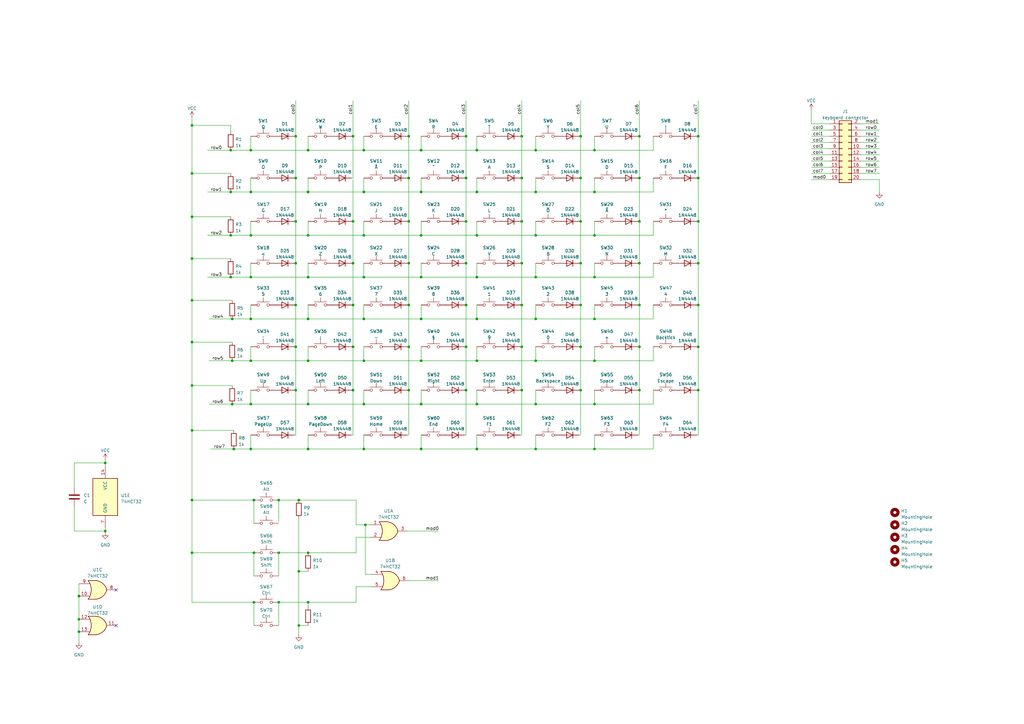
<source format=kicad_sch>
(kicad_sch (version 20230121) (generator eeschema)
  (paper "A3")
  (junction (at 102.87 113.665))
  (junction (at 121.285 160.02))
  (junction (at 144.78 55.88))
  (junction (at 195.58 130.81))
  (junction (at 144.78 90.805))
  (junction (at 126.365 184.15))
  (junction (at 213.995 125.095))
  (junction (at 262.255 90.805))
  (junction (at 167.64 125.095))
  (junction (at 219.71 165.735))
  (junction (at 126.365 226.695))
  (junction (at 191.135 55.88))
  (junction (at 167.64 55.88))
  (junction (at 102.87 130.81))
  (junction (at 213.995 90.805))
  (junction (at 262.255 125.095))
  (junction (at 94.615 78.74))
  (junction (at 262.255 107.95))
  (junction (at 43.18 217.805))
  (junction (at 121.285 142.24))
  (junction (at 262.255 160.02))
  (junction (at 213.995 142.24))
  (junction (at 219.71 147.955))
  (junction (at 213.995 55.88))
  (junction (at 262.255 73.025))
  (junction (at 243.84 165.735))
  (junction (at 262.255 55.88))
  (junction (at 149.225 96.52))
  (junction (at 102.87 147.955))
  (junction (at 243.84 147.955))
  (junction (at 238.125 90.805))
  (junction (at 219.71 78.74))
  (junction (at 126.365 147.955))
  (junction (at 121.285 55.88))
  (junction (at 104.14 205.105))
  (junction (at 126.365 130.81))
  (junction (at 172.72 147.955))
  (junction (at 219.71 184.15))
  (junction (at 213.995 160.02))
  (junction (at 167.64 107.95))
  (junction (at 102.87 96.52))
  (junction (at 78.74 176.53))
  (junction (at 144.78 142.24))
  (junction (at 195.58 184.15))
  (junction (at 78.74 205.105))
  (junction (at 95.885 184.15))
  (junction (at 114.3 247.015))
  (junction (at 94.615 61.595))
  (junction (at 195.58 96.52))
  (junction (at 219.71 113.665))
  (junction (at 94.615 113.665))
  (junction (at 238.125 160.02))
  (junction (at 149.225 147.955))
  (junction (at 243.84 78.74))
  (junction (at 78.74 51.435))
  (junction (at 191.135 125.095))
  (junction (at 78.74 106.045))
  (junction (at 102.87 165.735))
  (junction (at 191.135 107.95))
  (junction (at 149.225 130.81))
  (junction (at 238.125 125.095))
  (junction (at 126.365 61.595))
  (junction (at 144.78 160.02))
  (junction (at 172.72 96.52))
  (junction (at 219.71 130.81))
  (junction (at 243.84 96.52))
  (junction (at 195.58 78.74))
  (junction (at 172.72 78.74))
  (junction (at 121.285 90.805))
  (junction (at 219.71 61.595))
  (junction (at 286.385 55.88))
  (junction (at 95.25 130.81))
  (junction (at 195.58 113.665))
  (junction (at 191.135 160.02))
  (junction (at 167.64 142.24))
  (junction (at 78.74 226.695))
  (junction (at 191.135 90.805))
  (junction (at 32.385 254))
  (junction (at 286.385 73.025))
  (junction (at 121.285 125.095))
  (junction (at 243.84 113.665))
  (junction (at 149.225 113.665))
  (junction (at 32.385 244.475))
  (junction (at 191.135 73.025))
  (junction (at 126.365 96.52))
  (junction (at 219.71 96.52))
  (junction (at 104.14 247.015))
  (junction (at 172.72 184.15))
  (junction (at 32.385 259.08))
  (junction (at 238.125 107.95))
  (junction (at 114.3 226.695))
  (junction (at 122.555 234.315))
  (junction (at 149.86 215.265))
  (junction (at 104.14 226.695))
  (junction (at 195.58 147.955))
  (junction (at 78.74 123.19))
  (junction (at 243.84 61.595))
  (junction (at 243.84 184.15))
  (junction (at 238.125 142.24))
  (junction (at 95.25 147.955))
  (junction (at 172.72 130.81))
  (junction (at 167.64 73.025))
  (junction (at 122.555 205.105))
  (junction (at 102.87 78.74))
  (junction (at 167.64 90.805))
  (junction (at 213.995 73.025))
  (junction (at 286.385 142.24))
  (junction (at 195.58 61.595))
  (junction (at 126.365 247.015))
  (junction (at 78.74 158.115))
  (junction (at 78.74 71.12))
  (junction (at 243.84 130.81))
  (junction (at 95.25 165.735))
  (junction (at 191.135 142.24))
  (junction (at 121.285 107.95))
  (junction (at 126.365 165.735))
  (junction (at 78.74 140.335))
  (junction (at 195.58 165.735))
  (junction (at 286.385 160.02))
  (junction (at 213.995 107.95))
  (junction (at 172.72 61.595))
  (junction (at 122.555 256.54))
  (junction (at 149.225 165.735))
  (junction (at 126.365 78.74))
  (junction (at 172.72 165.735))
  (junction (at 144.78 125.095))
  (junction (at 144.78 107.95))
  (junction (at 78.74 88.9))
  (junction (at 172.72 113.665))
  (junction (at 149.225 61.595))
  (junction (at 286.385 90.805))
  (junction (at 121.285 73.025))
  (junction (at 167.64 160.02))
  (junction (at 286.385 125.095))
  (junction (at 43.18 189.865))
  (junction (at 238.125 73.025))
  (junction (at 262.255 142.24))
  (junction (at 286.385 107.95))
  (junction (at 126.365 113.665))
  (junction (at 102.87 61.595))
  (junction (at 149.225 78.74))
  (junction (at 114.3 205.105))
  (junction (at 102.87 184.15))
  (junction (at 238.125 55.88))
  (junction (at 94.615 96.52))
  (junction (at 149.225 184.15))
  (no_connect (at 47.625 241.935))
  (no_connect (at 47.625 256.54))
  (wire (pts (xy 243.84 107.95) (xy 243.84 113.665)))
  (wire (pts (xy 172.72 96.52) (xy 172.72 90.805)))
  (wire (pts (xy 267.97 73.025) (xy 267.97 78.74)))
  (wire (pts (xy 144.145 55.88) (xy 144.78 55.88)))
  (wire (pts (xy 149.225 96.52) (xy 149.225 90.805)))
  (wire (pts (xy 126.365 113.665) (xy 149.225 113.665)))
  (wire (pts (xy 190.5 125.095) (xy 191.135 125.095)))
  (wire (pts (xy 167.005 90.805) (xy 167.64 90.805)))
  (wire (pts (xy 267.97 55.88) (xy 267.97 61.595)))
  (wire (pts (xy 85.09 96.52) (xy 94.615 96.52)))
  (wire (pts (xy 149.225 147.955) (xy 149.225 142.24)))
  (wire (pts (xy 126.365 248.92) (xy 126.365 247.015)))
  (wire (pts (xy 114.3 205.105) (xy 122.555 205.105)))
  (wire (pts (xy 126.365 78.74) (xy 149.225 78.74)))
  (wire (pts (xy 94.615 113.665) (xy 102.87 113.665)))
  (wire (pts (xy 30.48 189.865) (xy 30.48 200.025)))
  (wire (pts (xy 285.75 90.805) (xy 286.385 90.805)))
  (wire (pts (xy 195.58 142.24) (xy 195.58 147.955)))
  (wire (pts (xy 213.995 125.095) (xy 213.995 107.95)))
  (wire (pts (xy 190.5 178.435) (xy 191.135 178.435)))
  (wire (pts (xy 94.615 71.12) (xy 78.74 71.12)))
  (wire (pts (xy 94.615 88.9) (xy 78.74 88.9)))
  (wire (pts (xy 237.49 160.02) (xy 238.125 160.02)))
  (wire (pts (xy 167.64 41.275) (xy 167.64 55.88)))
  (wire (pts (xy 104.14 226.695) (xy 104.14 236.22)))
  (wire (pts (xy 95.25 130.81) (xy 102.87 130.81)))
  (wire (pts (xy 78.74 106.045) (xy 78.74 88.9)))
  (wire (pts (xy 151.765 215.265) (xy 149.86 215.265)))
  (wire (pts (xy 195.58 147.955) (xy 172.72 147.955)))
  (wire (pts (xy 332.74 68.58) (xy 340.36 68.58)))
  (wire (pts (xy 144.145 90.805) (xy 144.78 90.805)))
  (wire (pts (xy 30.48 207.645) (xy 30.48 217.805)))
  (wire (pts (xy 126.365 147.955) (xy 149.225 147.955)))
  (wire (pts (xy 149.225 113.665) (xy 172.72 113.665)))
  (wire (pts (xy 213.36 90.805) (xy 213.995 90.805)))
  (wire (pts (xy 172.72 61.595) (xy 172.72 55.88)))
  (wire (pts (xy 78.74 226.695) (xy 78.74 247.015)))
  (wire (pts (xy 332.74 60.96) (xy 340.36 60.96)))
  (wire (pts (xy 213.36 178.435) (xy 213.995 178.435)))
  (wire (pts (xy 167.005 55.88) (xy 167.64 55.88)))
  (wire (pts (xy 78.74 205.105) (xy 104.14 205.105)))
  (wire (pts (xy 286.385 125.095) (xy 286.385 107.95)))
  (wire (pts (xy 332.74 58.42) (xy 340.36 58.42)))
  (wire (pts (xy 122.555 234.315) (xy 122.555 256.54)))
  (wire (pts (xy 267.97 160.02) (xy 267.97 165.735)))
  (wire (pts (xy 262.255 90.805) (xy 262.255 73.025)))
  (wire (pts (xy 167.005 178.435) (xy 167.64 178.435)))
  (wire (pts (xy 262.255 142.24) (xy 262.255 125.095)))
  (wire (pts (xy 195.58 107.95) (xy 195.58 113.665)))
  (wire (pts (xy 213.995 178.435) (xy 213.995 160.02)))
  (wire (pts (xy 43.18 189.865) (xy 30.48 189.865)))
  (wire (pts (xy 104.14 247.015) (xy 104.14 256.54)))
  (wire (pts (xy 332.74 63.5) (xy 340.36 63.5)))
  (wire (pts (xy 238.125 125.095) (xy 238.125 142.24)))
  (wire (pts (xy 285.75 125.095) (xy 286.385 125.095)))
  (wire (pts (xy 32.385 244.475) (xy 32.385 254)))
  (wire (pts (xy 30.48 217.805) (xy 43.18 217.805)))
  (wire (pts (xy 243.84 184.15) (xy 219.71 184.15)))
  (wire (pts (xy 195.58 160.02) (xy 195.58 165.735)))
  (wire (pts (xy 95.885 184.15) (xy 102.87 184.15)))
  (wire (pts (xy 149.225 184.15) (xy 149.225 178.435)))
  (wire (pts (xy 78.74 48.26) (xy 78.74 51.435)))
  (wire (pts (xy 238.125 55.88) (xy 238.125 73.025)))
  (wire (pts (xy 167.005 107.95) (xy 167.64 107.95)))
  (wire (pts (xy 195.58 125.095) (xy 195.58 130.81)))
  (wire (pts (xy 267.97 61.595) (xy 243.84 61.595)))
  (wire (pts (xy 167.64 55.88) (xy 167.64 73.025)))
  (wire (pts (xy 78.74 247.015) (xy 104.14 247.015)))
  (wire (pts (xy 238.125 41.275) (xy 238.125 55.88)))
  (wire (pts (xy 267.97 178.435) (xy 267.97 184.15)))
  (wire (pts (xy 285.75 142.24) (xy 286.385 142.24)))
  (wire (pts (xy 243.84 96.52) (xy 219.71 96.52)))
  (wire (pts (xy 126.365 184.15) (xy 149.225 184.15)))
  (wire (pts (xy 262.255 178.435) (xy 262.255 160.02)))
  (wire (pts (xy 102.87 107.95) (xy 102.87 113.665)))
  (wire (pts (xy 43.18 189.865) (xy 43.18 191.135)))
  (wire (pts (xy 102.87 184.15) (xy 126.365 184.15)))
  (wire (pts (xy 144.78 160.02) (xy 144.78 142.24)))
  (wire (pts (xy 262.255 41.275) (xy 262.255 55.88)))
  (wire (pts (xy 144.78 178.435) (xy 144.78 160.02)))
  (wire (pts (xy 190.5 142.24) (xy 191.135 142.24)))
  (wire (pts (xy 144.78 41.275) (xy 144.78 55.88)))
  (wire (pts (xy 219.71 165.735) (xy 195.58 165.735)))
  (wire (pts (xy 95.25 158.115) (xy 78.74 158.115)))
  (wire (pts (xy 146.05 226.695) (xy 146.05 220.345)))
  (wire (pts (xy 261.62 142.24) (xy 262.255 142.24)))
  (wire (pts (xy 195.58 130.81) (xy 172.72 130.81)))
  (wire (pts (xy 122.555 234.315) (xy 126.365 234.315)))
  (wire (pts (xy 353.06 55.88) (xy 360.68 55.88)))
  (wire (pts (xy 195.58 61.595) (xy 172.72 61.595)))
  (wire (pts (xy 353.06 50.8) (xy 360.68 50.8)))
  (wire (pts (xy 167.64 107.95) (xy 167.64 125.095)))
  (wire (pts (xy 149.225 130.81) (xy 172.72 130.81)))
  (wire (pts (xy 167.005 160.02) (xy 167.64 160.02)))
  (wire (pts (xy 243.84 73.025) (xy 243.84 78.74)))
  (wire (pts (xy 190.5 73.025) (xy 191.135 73.025)))
  (wire (pts (xy 191.135 178.435) (xy 191.135 160.02)))
  (wire (pts (xy 102.87 130.81) (xy 126.365 130.81)))
  (wire (pts (xy 167.64 73.025) (xy 167.64 90.805)))
  (wire (pts (xy 219.71 73.025) (xy 219.71 78.74)))
  (wire (pts (xy 85.725 147.955) (xy 95.25 147.955)))
  (wire (pts (xy 122.555 212.725) (xy 122.555 234.315)))
  (wire (pts (xy 149.225 113.665) (xy 149.225 107.95)))
  (wire (pts (xy 332.74 53.34) (xy 340.36 53.34)))
  (wire (pts (xy 152.4 235.585) (xy 149.86 235.585)))
  (wire (pts (xy 144.145 178.435) (xy 144.78 178.435)))
  (wire (pts (xy 144.78 73.025) (xy 144.78 55.88)))
  (wire (pts (xy 267.97 125.095) (xy 267.97 130.81)))
  (wire (pts (xy 121.285 125.095) (xy 121.285 107.95)))
  (wire (pts (xy 95.885 176.53) (xy 78.74 176.53)))
  (wire (pts (xy 120.65 73.025) (xy 121.285 73.025)))
  (wire (pts (xy 126.365 184.15) (xy 126.365 178.435)))
  (wire (pts (xy 285.75 160.02) (xy 286.385 160.02)))
  (wire (pts (xy 95.25 165.735) (xy 102.87 165.735)))
  (wire (pts (xy 332.74 66.04) (xy 340.36 66.04)))
  (wire (pts (xy 190.5 90.805) (xy 191.135 90.805)))
  (wire (pts (xy 213.995 90.805) (xy 213.995 73.025)))
  (wire (pts (xy 219.71 125.095) (xy 219.71 130.81)))
  (wire (pts (xy 243.84 178.435) (xy 243.84 184.15)))
  (wire (pts (xy 267.97 96.52) (xy 243.84 96.52)))
  (wire (pts (xy 332.74 50.8) (xy 340.36 50.8)))
  (wire (pts (xy 146.05 205.105) (xy 122.555 205.105)))
  (wire (pts (xy 120.65 125.095) (xy 121.285 125.095)))
  (wire (pts (xy 286.385 41.275) (xy 286.385 55.88)))
  (wire (pts (xy 114.3 256.54) (xy 114.3 247.015)))
  (wire (pts (xy 85.725 130.81) (xy 95.25 130.81)))
  (wire (pts (xy 243.84 61.595) (xy 219.71 61.595)))
  (wire (pts (xy 126.365 165.735) (xy 149.225 165.735)))
  (wire (pts (xy 167.64 142.24) (xy 167.64 160.02)))
  (wire (pts (xy 94.615 78.74) (xy 102.87 78.74)))
  (wire (pts (xy 102.87 165.735) (xy 126.365 165.735)))
  (wire (pts (xy 219.71 55.88) (xy 219.71 61.595)))
  (wire (pts (xy 267.97 130.81) (xy 243.84 130.81)))
  (wire (pts (xy 286.385 142.24) (xy 286.385 125.095)))
  (wire (pts (xy 126.365 130.81) (xy 149.225 130.81)))
  (wire (pts (xy 126.365 113.665) (xy 126.365 107.95)))
  (wire (pts (xy 126.365 61.595) (xy 149.225 61.595)))
  (wire (pts (xy 167.005 73.025) (xy 167.64 73.025)))
  (wire (pts (xy 332.74 71.12) (xy 340.36 71.12)))
  (wire (pts (xy 167.005 217.805) (xy 179.705 217.805)))
  (wire (pts (xy 172.72 184.15) (xy 172.72 178.435)))
  (wire (pts (xy 353.06 53.34) (xy 360.68 53.34)))
  (wire (pts (xy 43.18 218.44) (xy 43.18 217.805)))
  (wire (pts (xy 267.97 142.24) (xy 267.97 147.955)))
  (wire (pts (xy 120.65 107.95) (xy 121.285 107.95)))
  (wire (pts (xy 219.71 160.02) (xy 219.71 165.735)))
  (wire (pts (xy 285.75 55.88) (xy 286.385 55.88)))
  (wire (pts (xy 262.255 125.095) (xy 262.255 107.95)))
  (wire (pts (xy 144.145 125.095) (xy 144.78 125.095)))
  (wire (pts (xy 126.365 130.81) (xy 126.365 125.095)))
  (wire (pts (xy 261.62 125.095) (xy 262.255 125.095)))
  (wire (pts (xy 213.36 107.95) (xy 213.995 107.95)))
  (wire (pts (xy 213.995 142.24) (xy 213.995 125.095)))
  (wire (pts (xy 286.385 90.805) (xy 286.385 73.025)))
  (wire (pts (xy 172.72 113.665) (xy 172.72 107.95)))
  (wire (pts (xy 121.285 107.95) (xy 121.285 90.805)))
  (wire (pts (xy 167.64 160.02) (xy 167.64 178.435)))
  (wire (pts (xy 267.97 184.15) (xy 243.84 184.15)))
  (wire (pts (xy 146.05 215.265) (xy 146.05 205.105)))
  (wire (pts (xy 285.75 107.95) (xy 286.385 107.95)))
  (wire (pts (xy 114.3 226.695) (xy 126.365 226.695)))
  (wire (pts (xy 243.84 55.88) (xy 243.84 61.595)))
  (wire (pts (xy 237.49 142.24) (xy 238.125 142.24)))
  (wire (pts (xy 243.84 125.095) (xy 243.84 130.81)))
  (wire (pts (xy 122.555 256.54) (xy 126.365 256.54)))
  (wire (pts (xy 144.78 107.95) (xy 144.78 90.805)))
  (wire (pts (xy 267.97 113.665) (xy 243.84 113.665)))
  (wire (pts (xy 121.285 142.24) (xy 121.285 125.095)))
  (wire (pts (xy 85.09 78.74) (xy 94.615 78.74)))
  (wire (pts (xy 195.58 73.025) (xy 195.58 78.74)))
  (wire (pts (xy 126.365 61.595) (xy 126.365 55.88)))
  (wire (pts (xy 353.06 71.12) (xy 360.68 71.12)))
  (wire (pts (xy 94.615 96.52) (xy 102.87 96.52)))
  (wire (pts (xy 149.225 165.735) (xy 149.225 160.02)))
  (wire (pts (xy 261.62 73.025) (xy 262.255 73.025)))
  (wire (pts (xy 121.285 41.275) (xy 121.285 55.88)))
  (wire (pts (xy 238.125 160.02) (xy 238.125 178.435)))
  (wire (pts (xy 149.86 215.265) (xy 146.05 215.265)))
  (wire (pts (xy 149.225 78.74) (xy 149.225 73.025)))
  (wire (pts (xy 213.36 55.88) (xy 213.995 55.88)))
  (wire (pts (xy 121.285 73.025) (xy 121.285 55.88)))
  (wire (pts (xy 353.06 60.96) (xy 360.68 60.96)))
  (wire (pts (xy 114.3 213.995) (xy 114.3 205.105)))
  (wire (pts (xy 195.58 184.15) (xy 172.72 184.15)))
  (wire (pts (xy 32.385 254) (xy 32.385 259.08)))
  (wire (pts (xy 243.84 142.24) (xy 243.84 147.955)))
  (wire (pts (xy 172.72 165.735) (xy 172.72 160.02)))
  (wire (pts (xy 243.84 113.665) (xy 219.71 113.665)))
  (wire (pts (xy 126.365 96.52) (xy 149.225 96.52)))
  (wire (pts (xy 286.385 73.025) (xy 286.385 55.88)))
  (wire (pts (xy 144.145 73.025) (xy 144.78 73.025)))
  (wire (pts (xy 102.87 73.025) (xy 102.87 78.74)))
  (wire (pts (xy 32.385 239.395) (xy 32.385 244.475)))
  (wire (pts (xy 261.62 178.435) (xy 262.255 178.435)))
  (wire (pts (xy 237.49 90.805) (xy 238.125 90.805)))
  (wire (pts (xy 144.145 107.95) (xy 144.78 107.95)))
  (wire (pts (xy 243.84 90.805) (xy 243.84 96.52)))
  (wire (pts (xy 167.64 90.805) (xy 167.64 107.95)))
  (wire (pts (xy 102.87 178.435) (xy 102.87 184.15)))
  (wire (pts (xy 286.385 107.95) (xy 286.385 90.805)))
  (wire (pts (xy 238.125 90.805) (xy 238.125 107.95)))
  (wire (pts (xy 360.68 73.66) (xy 360.68 78.74)))
  (wire (pts (xy 213.36 142.24) (xy 213.995 142.24)))
  (wire (pts (xy 285.75 178.435) (xy 286.385 178.435)))
  (wire (pts (xy 102.87 142.24) (xy 102.87 147.955)))
  (wire (pts (xy 102.87 160.02) (xy 102.87 165.735)))
  (wire (pts (xy 114.3 236.22) (xy 114.3 226.695)))
  (wire (pts (xy 149.225 184.15) (xy 172.72 184.15)))
  (wire (pts (xy 149.225 78.74) (xy 172.72 78.74)))
  (wire (pts (xy 286.385 160.02) (xy 286.385 142.24)))
  (wire (pts (xy 78.74 176.53) (xy 78.74 205.105)))
  (wire (pts (xy 149.225 130.81) (xy 149.225 125.095)))
  (wire (pts (xy 94.615 51.435) (xy 94.615 53.975)))
  (wire (pts (xy 126.365 226.695) (xy 146.05 226.695)))
  (wire (pts (xy 78.74 51.435) (xy 94.615 51.435)))
  (wire (pts (xy 219.71 130.81) (xy 195.58 130.81)))
  (wire (pts (xy 146.05 220.345) (xy 151.765 220.345)))
  (wire (pts (xy 126.365 247.015) (xy 146.05 247.015)))
  (wire (pts (xy 149.225 61.595) (xy 149.225 55.88)))
  (wire (pts (xy 172.72 78.74) (xy 172.72 73.025)))
  (wire (pts (xy 213.36 125.095) (xy 213.995 125.095)))
  (wire (pts (xy 267.97 107.95) (xy 267.97 113.665)))
  (wire (pts (xy 219.71 178.435) (xy 219.71 184.15)))
  (wire (pts (xy 213.995 73.025) (xy 213.995 55.88)))
  (wire (pts (xy 243.84 165.735) (xy 219.71 165.735)))
  (wire (pts (xy 195.58 178.435) (xy 195.58 184.15)))
  (wire (pts (xy 172.72 130.81) (xy 172.72 125.095)))
  (wire (pts (xy 267.97 165.735) (xy 243.84 165.735)))
  (wire (pts (xy 237.49 178.435) (xy 238.125 178.435)))
  (wire (pts (xy 120.65 55.88) (xy 121.285 55.88)))
  (wire (pts (xy 95.25 147.955) (xy 102.87 147.955)))
  (wire (pts (xy 104.14 205.105) (xy 104.14 214.63)))
  (wire (pts (xy 102.87 96.52) (xy 126.365 96.52)))
  (wire (pts (xy 126.365 96.52) (xy 126.365 90.805)))
  (wire (pts (xy 191.135 107.95) (xy 191.135 90.805)))
  (wire (pts (xy 262.255 160.02) (xy 262.255 142.24)))
  (wire (pts (xy 213.995 107.95) (xy 213.995 90.805)))
  (wire (pts (xy 213.36 73.025) (xy 213.995 73.025)))
  (wire (pts (xy 78.74 226.695) (xy 104.14 226.695)))
  (wire (pts (xy 102.87 90.805) (xy 102.87 96.52)))
  (wire (pts (xy 102.87 125.095) (xy 102.87 130.81)))
  (wire (pts (xy 120.65 90.805) (xy 121.285 90.805)))
  (wire (pts (xy 353.06 58.42) (xy 360.68 58.42)))
  (wire (pts (xy 237.49 125.095) (xy 238.125 125.095)))
  (wire (pts (xy 114.3 247.015) (xy 126.365 247.015)))
  (wire (pts (xy 195.58 113.665) (xy 172.72 113.665)))
  (wire (pts (xy 191.135 41.275) (xy 191.135 55.88)))
  (wire (pts (xy 146.05 247.015) (xy 146.05 240.665)))
  (wire (pts (xy 219.71 61.595) (xy 195.58 61.595)))
  (wire (pts (xy 144.78 142.24) (xy 144.78 125.095)))
  (wire (pts (xy 85.725 165.735) (xy 95.25 165.735)))
  (wire (pts (xy 195.58 55.88) (xy 195.58 61.595)))
  (wire (pts (xy 102.87 55.88) (xy 102.87 61.595)))
  (wire (pts (xy 121.285 178.435) (xy 121.285 160.02)))
  (wire (pts (xy 219.71 147.955) (xy 195.58 147.955)))
  (wire (pts (xy 78.74 158.115) (xy 78.74 176.53)))
  (wire (pts (xy 78.74 140.335) (xy 78.74 123.19)))
  (wire (pts (xy 167.005 142.24) (xy 167.64 142.24)))
  (wire (pts (xy 126.365 147.955) (xy 126.365 142.24)))
  (wire (pts (xy 94.615 106.045) (xy 78.74 106.045)))
  (wire (pts (xy 149.225 61.595) (xy 172.72 61.595)))
  (wire (pts (xy 243.84 160.02) (xy 243.84 165.735)))
  (wire (pts (xy 262.255 73.025) (xy 262.255 55.88)))
  (wire (pts (xy 78.74 88.9) (xy 78.74 71.12)))
  (wire (pts (xy 285.75 73.025) (xy 286.385 73.025)))
  (wire (pts (xy 191.135 160.02) (xy 191.135 142.24)))
  (wire (pts (xy 195.58 96.52) (xy 172.72 96.52)))
  (wire (pts (xy 102.87 113.665) (xy 126.365 113.665)))
  (wire (pts (xy 102.87 147.955) (xy 126.365 147.955)))
  (wire (pts (xy 78.74 123.19) (xy 78.74 106.045)))
  (wire (pts (xy 332.74 73.66) (xy 340.36 73.66)))
  (wire (pts (xy 149.225 147.955) (xy 172.72 147.955)))
  (wire (pts (xy 144.78 90.805) (xy 144.78 73.66)))
  (wire (pts (xy 78.74 71.12) (xy 78.74 51.435)))
  (wire (pts (xy 267.97 78.74) (xy 243.84 78.74)))
  (wire (pts (xy 213.995 160.02) (xy 213.995 142.24)))
  (wire (pts (xy 120.65 178.435) (xy 121.285 178.435)))
  (wire (pts (xy 126.365 165.735) (xy 126.365 160.02)))
  (wire (pts (xy 144.78 125.095) (xy 144.78 107.95)))
  (wire (pts (xy 261.62 55.88) (xy 262.255 55.88)))
  (wire (pts (xy 146.05 240.665) (xy 152.4 240.665)))
  (wire (pts (xy 237.49 55.88) (xy 238.125 55.88)))
  (wire (pts (xy 190.5 107.95) (xy 191.135 107.95)))
  (wire (pts (xy 32.385 259.08) (xy 32.385 263.525)))
  (wire (pts (xy 43.18 217.805) (xy 43.18 216.535)))
  (wire (pts (xy 213.995 41.275) (xy 213.995 55.88)))
  (wire (pts (xy 353.06 66.04) (xy 360.68 66.04)))
  (wire (pts (xy 332.74 55.88) (xy 340.36 55.88)))
  (wire (pts (xy 102.87 78.74) (xy 126.365 78.74)))
  (wire (pts (xy 43.18 188.595) (xy 43.18 189.865)))
  (wire (pts (xy 195.58 90.805) (xy 195.58 96.52)))
  (wire (pts (xy 219.71 113.665) (xy 195.58 113.665)))
  (wire (pts (xy 86.36 184.15) (xy 95.885 184.15)))
  (wire (pts (xy 195.58 165.735) (xy 172.72 165.735)))
  (wire (pts (xy 237.49 107.95) (xy 238.125 107.95)))
  (wire (pts (xy 85.09 113.665) (xy 94.615 113.665)))
  (wire (pts (xy 261.62 107.95) (xy 262.255 107.95)))
  (wire (pts (xy 353.06 73.66) (xy 360.68 73.66)))
  (wire (pts (xy 167.005 125.095) (xy 167.64 125.095)))
  (wire (pts (xy 213.36 160.02) (xy 213.995 160.02)))
  (wire (pts (xy 95.25 140.335) (xy 78.74 140.335)))
  (wire (pts (xy 121.285 160.02) (xy 121.285 142.24)))
  (wire (pts (xy 120.65 142.24) (xy 121.285 142.24)))
  (wire (pts (xy 85.09 61.595) (xy 94.615 61.595)))
  (wire (pts (xy 102.87 61.595) (xy 126.365 61.595)))
  (wire (pts (xy 191.135 73.025) (xy 191.135 55.88)))
  (wire (pts (xy 191.135 142.24) (xy 191.135 125.095)))
  (wire (pts (xy 144.145 160.02) (xy 144.78 160.02)))
  (wire (pts (xy 149.225 96.52) (xy 172.72 96.52)))
  (wire (pts (xy 243.84 130.81) (xy 219.71 130.81)))
  (wire (pts (xy 238.125 73.025) (xy 238.125 90.805)))
  (wire (pts (xy 238.125 107.95) (xy 238.125 125.095)))
  (wire (pts (xy 191.135 90.805) (xy 191.135 73.025)))
  (wire (pts (xy 286.385 160.02) (xy 286.385 178.435)))
  (wire (pts (xy 219.71 107.95) (xy 219.71 113.665)))
  (wire (pts (xy 332.74 45.085) (xy 332.74 50.8)))
  (wire (pts (xy 195.58 78.74) (xy 172.72 78.74)))
  (wire (pts (xy 149.86 235.585) (xy 149.86 215.265)))
  (wire (pts (xy 219.71 142.24) (xy 219.71 147.955)))
  (wire (pts (xy 353.06 68.58) (xy 360.68 68.58)))
  (wire (pts (xy 120.65 160.02) (xy 121.285 160.02)))
  (wire (pts (xy 243.84 78.74) (xy 219.71 78.74)))
  (wire (pts (xy 167.64 238.125) (xy 179.705 238.125)))
  (wire (pts (xy 121.285 90.805) (xy 121.285 73.025)))
  (wire (pts (xy 94.615 61.595) (xy 102.87 61.595)))
  (wire (pts (xy 261.62 90.805) (xy 262.255 90.805)))
  (wire (pts (xy 237.49 73.025) (xy 238.125 73.025)))
  (wire (pts (xy 267.97 90.805) (xy 267.97 96.52)))
  (wire (pts (xy 190.5 160.02) (xy 191.135 160.02)))
  (wire (pts (xy 122.555 256.54) (xy 122.555 260.35)))
  (wire (pts (xy 267.97 147.955) (xy 243.84 147.955)))
  (wire (pts (xy 167.64 125.095) (xy 167.64 142.24)))
  (wire (pts (xy 219.71 96.52) (xy 195.58 96.52)))
  (wire (pts (xy 262.255 107.95) (xy 262.255 90.805)))
  (wire (pts (xy 144.145 142.24) (xy 144.78 142.24)))
  (wire (pts (xy 353.06 63.5) (xy 360.68 63.5)))
  (wire (pts (xy 219.71 184.15) (xy 195.58 184.15)))
  (wire (pts (xy 219.71 90.805) (xy 219.71 96.52)))
  (wire (pts (xy 172.72 147.955) (xy 172.72 142.24)))
  (wire (pts (xy 219.71 78.74) (xy 195.58 78.74)))
  (wire (pts (xy 190.5 55.88) (xy 191.135 55.88)))
  (wire (pts (xy 78.74 158.115) (xy 78.74 140.335)))
  (wire (pts (xy 261.62 160.02) (xy 262.255 160.02)))
  (wire (pts (xy 95.25 123.19) (xy 78.74 123.19)))
  (wire (pts (xy 149.225 165.735) (xy 172.72 165.735)))
  (wire (pts (xy 78.74 205.105) (xy 78.74 226.695)))
  (wire (pts (xy 126.365 78.74) (xy 126.365 73.025)))
  (wire (pts (xy 243.84 147.955) (xy 219.71 147.955)))
  (wire (pts (xy 238.125 142.24) (xy 238.125 160.02)))
  (wire (pts (xy 191.135 125.095) (xy 191.135 107.95)))
  (label "row2" (at 354.965 58.42 0))
  (label "row7" (at 87.63 184.15 0))
  (label "col0" (at 121.285 46.99 90))
  (label "col2" (at 333.375 58.42 0))
  (label "col6" (at 333.375 68.58 0))
  (label "col7" (at 333.375 71.12 0))
  (label "row1" (at 86.36 78.74 0))
  (label "row3" (at 354.965 60.96 0))
  (label "col1" (at 144.78 46.99 90))
  (label "col3" (at 333.375 60.96 0))
  (label "row5" (at 86.995 147.955 0))
  (label "col3" (at 191.135 46.99 90))
  (label "col5" (at 333.375 66.04 0))
  (label "col5" (at 238.125 46.99 90))
  (label "row6" (at 354.965 68.58 0))
  (label "col4" (at 213.995 46.99 90))
  (label "row3" (at 86.36 113.665 0))
  (label "col1" (at 333.375 55.88 0))
  (label "col2" (at 167.64 46.99 90))
  (label "col4" (at 333.375 63.5 0))
  (label "col7" (at 286.385 46.99 90))
  (label "row6" (at 86.995 165.735 0))
  (label "row7" (at 354.965 71.12 0))
  (label "mod0" (at 174.625 217.805 0))
  (label "mod1" (at 354.965 50.8 0))
  (label "row4" (at 354.965 63.5 0))
  (label "row1" (at 354.965 55.88 0))
  (label "row2" (at 86.36 96.52 0))
  (label "mod1" (at 174.625 238.125 0))
  (label "row4" (at 86.995 130.81 0))
  (label "row5" (at 354.965 66.04 0))
  (label "mod0" (at 333.375 73.66 0))
  (label "row0" (at 354.965 53.34 0))
  (label "row0" (at 86.36 61.595 0))
  (label "col0" (at 333.375 53.34 0))
  (label "col6" (at 262.255 46.99 90))
  (symbol (lib_id "Switch:SW_Push") (at 273.05 142.24 0) (unit 1)
    (property "Reference" "SW48" (at 273.05 135.89 0))
    (property "Value" "Backtick" (at 273.05 138.43 0))
    (property "Footprint" "PCM_Switch_Keyboard_Cherry_MX:SW_Cherry_MX_PCB_1.00u" (effects hide))
  )
  (symbol (lib_id "74xx:74LS32") (at 40.005 256.54 0) (unit 4)
    (property "Reference" "U1" (at 40.005 248.92 0))
    (property "Value" "74HCT32" (at 40.005 251.46 0))
    (property "Footprint" "Package_DIP:DIP-14_W10.16mm" (effects hide))
    (property "Datasheet" "http://www.ti.com/lit/gpn/sn74LS32" (effects hide))
  )
  (symbol (lib_id "Switch:SW_Push") (at 273.05 178.435 0) (unit 1)
    (property "Reference" "SW64" (at 273.05 171.45 0))
    (property "Value" "F4" (at 273.05 173.99 0))
    (property "Footprint" "PCM_Switch_Keyboard_Cherry_MX:SW_Cherry_MX_PCB_1.00u" (effects hide))
  )
  (symbol (lib_id "Switch:SW_Push") (at 248.92 107.95 0) (unit 1)
    (property "Reference" "SW30" (at 248.92 101.6 0))
    (property "Value" "N" (at 248.92 104.14 0))
    (property "Footprint" "PCM_Switch_Keyboard_Cherry_MX:SW_Cherry_MX_PCB_1.00u" (effects hide))
  )
  (symbol (lib_id "Switch:SW_Push") (at 131.445 125.095 0) (unit 1)
    (property "Reference" "SW35" (at 131.445 118.11 0))
    (property "Value" "6" (at 131.445 120.65 0))
    (property "Footprint" "PCM_Switch_Keyboard_Cherry_MX:SW_Cherry_MX_PCB_1.00u" (effects hide))
  )
  (symbol (lib_id "Switch:SW_Push") (at 248.92 125.095 0) (unit 1)
    (property "Reference" "SW45" (at 248.92 118.11 0))
    (property "Value" "3" (at 248.92 120.65 0))
    (property "Footprint" "PCM_Switch_Keyboard_Cherry_MX:SW_Cherry_MX_PCB_1.00u" (effects hide))
  )
  (symbol (lib_id "Switch:SW_Push") (at 107.95 125.095 0) (unit 1)
    (property "Reference" "SW33" (at 107.95 118.11 0))
    (property "Value" "5" (at 107.95 120.65 0))
    (property "Footprint" "PCM_Switch_Keyboard_Cherry_MX:SW_Cherry_MX_PCB_1.00u" (effects hide))
  )
  (symbol (lib_id "Switch:SW_Push") (at 154.305 125.095 0) (unit 1)
    (property "Reference" "SW37" (at 154.305 118.11 0))
    (property "Value" "7" (at 154.305 120.65 0))
    (property "Footprint" "PCM_Switch_Keyboard_Cherry_MX:SW_Cherry_MX_PCB_1.00u" (effects hide))
  )
  (symbol (lib_id "power:VCC") (at 332.74 45.085 0) (unit 1)
    (property "Reference" "#PWR06" (effects hide))
    (property "Value" "VCC" (at 332.74 41.275 0))
  )
  (symbol (lib_id "Diode:1N4448") (at 233.68 178.435 180) (unit 1)
    (property "Reference" "D62" (at 233.68 173.355 0))
    (property "Value" "1N4448" (at 233.68 175.895 0))
    (property "Footprint" "Diode_THT:D_DO-35_SOD27_P7.62mm_Horizontal" (effects hide))
    (property "Datasheet" "https://assets.nexperia.com/documents/data-sheet/1N4148_1N4448.pdf" (effects hide))
    (property "Sim.Device" "D" (effects hide))
    (property "Sim.Pins" "1=K 2=A" (effects hide))
  )
  (symbol (lib_id "Diode:1N4448") (at 116.84 178.435 180) (unit 1)
    (property "Reference" "D57" (at 116.84 173.355 0))
    (property "Value" "1N4448" (at 116.84 175.895 0))
    (property "Footprint" "Diode_THT:D_DO-35_SOD27_P7.62mm_Horizontal" (effects hide))
    (property "Datasheet" "https://assets.nexperia.com/documents/data-sheet/1N4148_1N4448.pdf" (effects hide))
    (property "Sim.Device" "D" (effects hide))
    (property "Sim.Pins" "1=K 2=A" (effects hide))
  )
  (symbol (lib_id "Switch:SW_Push") (at 131.445 178.435 0) (unit 1)
    (property "Reference" "SW58" (at 131.445 171.45 0))
    (property "Value" "PageDown" (at 131.445 173.99 0))
    (property "Footprint" "PCM_Switch_Keyboard_Cherry_MX:SW_Cherry_MX_PCB_1.00u" (effects hide))
  )
  (symbol (lib_id "power:GND") (at 360.68 78.74 0) (unit 1)
    (property "Reference" "#PWR07" (effects hide))
    (property "Value" "GND" (at 360.68 83.82 0))
  )
  (symbol (lib_id "Switch:SW_Push") (at 273.05 160.02 0) (unit 1)
    (property "Reference" "SW56" (at 273.05 153.67 0))
    (property "Value" "Escape" (at 273.05 156.21 0))
    (property "Footprint" "PCM_Switch_Keyboard_Cherry_MX:SW_Cherry_MX_PCB_1.00u" (effects hide))
  )
  (symbol (lib_id "Switch:SW_Push") (at 224.79 90.805 0) (unit 1)
    (property "Reference" "SW27" (at 224.79 83.82 0))
    (property "Value" "Ö" (at 224.79 86.36 0))
    (property "Footprint" "PCM_Switch_Keyboard_Cherry_MX:SW_Cherry_MX_PCB_1.00u" (effects hide))
  )
  (symbol (lib_id "Device:R") (at 94.615 74.93 0) (unit 1)
    (property "Reference" "R2" (at 96.52 74.295 0) (effects (justify left)))
    (property "Value" "1k" (at 96.52 76.835 0) (effects (justify left)))
  )
  (symbol (lib_id "74xx:74LS32") (at 159.385 217.805 0) (unit 1)
    (property "Reference" "U1" (at 159.385 209.55 0))
    (property "Value" "74HCT32" (at 159.385 212.09 0))
    (property "Footprint" "Package_DIP:DIP-14_W10.16mm" (effects hide))
    (property "Datasheet" "http://www.ti.com/lit/gpn/sn74LS32" (effects hide))
  )
  (symbol (lib_id "Switch:SW_Push") (at 200.66 55.88 0) (unit 1)
    (property "Reference" "SW5" (at 200.66 49.53 0))
    (property "Value" "T" (at 200.66 52.07 0))
    (property "Footprint" "PCM_Switch_Keyboard_Cherry_MX:SW_Cherry_MX_PCB_1.00u" (effects hide))
  )
  (symbol (lib_id "Switch:SW_Push") (at 200.66 160.02 0) (unit 1)
    (property "Reference" "SW53" (at 200.66 153.67 0))
    (property "Value" "Enter" (at 200.66 156.21 0))
    (property "Footprint" "PCM_Switch_Keyboard_Cherry_MX:SW_Cherry_MX_PCB_ISOEnter" (effects hide))
  )
  (symbol (lib_id "Switch:SW_Push") (at 224.79 55.88 0) (unit 1)
    (property "Reference" "SW6" (at 224.79 49.53 0))
    (property "Value" "Y" (at 224.79 52.07 0))
    (property "Footprint" "PCM_Switch_Keyboard_Cherry_MX:SW_Cherry_MX_PCB_1.00u" (effects hide))
  )
  (symbol (lib_id "Switch:SW_Push") (at 224.79 142.24 0) (unit 1)
    (property "Reference" "SW44" (at 224.79 135.89 0))
    (property "Value" "0" (at 224.79 138.43 0))
    (property "Footprint" "PCM_Switch_Keyboard_Cherry_MX:SW_Cherry_MX_PCB_1.00u" (effects hide))
  )
  (symbol (lib_id "Diode:1N4448") (at 140.335 107.95 180) (unit 1)
    (property "Reference" "D26" (at 140.335 102.87 0))
    (property "Value" "1N4448" (at 140.335 105.41 0))
    (property "Footprint" "Diode_THT:D_DO-35_SOD27_P7.62mm_Horizontal" (effects hide))
    (property "Datasheet" "https://assets.nexperia.com/documents/data-sheet/1N4148_1N4448.pdf" (effects hide))
    (property "Sim.Device" "D" (effects hide))
    (property "Sim.Pins" "1=K 2=A" (effects hide))
  )
  (symbol (lib_id "Diode:1N4448") (at 116.84 160.02 180) (unit 1)
    (property "Reference" "D49" (at 116.84 154.94 0))
    (property "Value" "1N4448" (at 116.84 157.48 0))
    (property "Footprint" "Diode_THT:D_DO-35_SOD27_P7.62mm_Horizontal" (effects hide))
    (property "Datasheet" "https://assets.nexperia.com/documents/data-sheet/1N4148_1N4448.pdf" (effects hide))
    (property "Sim.Device" "D" (effects hide))
    (property "Sim.Pins" "1=K 2=A" (effects hide))
  )
  (symbol (lib_id "Mechanical:MountingHole") (at 367.03 230.505 0) (unit 1)
    (property "Reference" "H5" (at 369.57 229.87 0) (effects (justify left)))
    (property "Value" "MountingHole" (at 369.57 232.41 0) (effects (justify left)))
    (property "Footprint" "MountingHole:MountingHole_2.5mm" (effects hide))
  )
  (symbol (lib_id "Switch:SW_Push") (at 154.305 107.95 0) (unit 1)
    (property "Reference" "SW22" (at 154.305 101.6 0))
    (property "Value" "X" (at 154.305 104.14 0))
    (property "Footprint" "PCM_Switch_Keyboard_Cherry_MX:SW_Cherry_MX_PCB_1.00u" (effects hide))
  )
  (symbol (lib_id "power:VCC") (at 43.18 188.595 0) (unit 1)
    (property "Reference" "#PWR04" (effects hide))
    (property "Value" "VCC" (at 43.18 184.785 0))
  )
  (symbol (lib_id "Switch:SW_Push") (at 131.445 160.02 0) (unit 1)
    (property "Reference" "SW50" (at 131.445 153.67 0))
    (property "Value" "Left" (at 131.445 156.21 0))
    (property "Footprint" "PCM_Switch_Keyboard_Cherry_MX:SW_Cherry_MX_PCB_1.00u" (effects hide))
  )
  (symbol (lib_id "Mechanical:MountingHole") (at 367.03 225.425 0) (unit 1)
    (property "Reference" "H4" (at 369.57 224.79 0) (effects (justify left)))
    (property "Value" "MountingHole" (at 369.57 227.33 0) (effects (justify left)))
    (property "Footprint" "MountingHole:MountingHole_2.5mm" (effects hide))
  )
  (symbol (lib_id "Diode:1N4448") (at 163.195 90.805 180) (unit 1)
    (property "Reference" "D19" (at 163.195 85.725 0))
    (property "Value" "1N4448" (at 163.195 88.265 0))
    (property "Footprint" "Diode_THT:D_DO-35_SOD27_P7.62mm_Horizontal" (effects hide))
    (property "Datasheet" "https://assets.nexperia.com/documents/data-sheet/1N4148_1N4448.pdf" (effects hide))
    (property "Sim.Device" "D" (effects hide))
    (property "Sim.Pins" "1=K 2=A" (effects hide))
  )
  (symbol (lib_id "Diode:1N4448") (at 209.55 107.95 180) (unit 1)
    (property "Reference" "D29" (at 209.55 102.87 0))
    (property "Value" "1N4448" (at 209.55 105.41 0))
    (property "Footprint" "Diode_THT:D_DO-35_SOD27_P7.62mm_Horizontal" (effects hide))
    (property "Datasheet" "https://assets.nexperia.com/documents/data-sheet/1N4148_1N4448.pdf" (effects hide))
    (property "Sim.Device" "D" (effects hide))
    (property "Sim.Pins" "1=K 2=A" (effects hide))
  )
  (symbol (lib_id "Switch:SW_Push") (at 248.92 73.025 0) (unit 1)
    (property "Reference" "SW15" (at 248.92 66.04 0))
    (property "Value" "D" (at 248.92 68.58 0))
    (property "Footprint" "PCM_Switch_Keyboard_Cherry_MX:SW_Cherry_MX_PCB_1.00u" (effects hide))
  )
  (symbol (lib_id "Switch:SW_Push") (at 154.305 142.24 0) (unit 1)
    (property "Reference" "SW38" (at 154.305 135.89 0))
    (property "Value" "-" (at 154.305 138.43 0))
    (property "Footprint" "PCM_Switch_Keyboard_Cherry_MX:SW_Cherry_MX_PCB_1.00u" (effects hide))
  )
  (symbol (lib_id "Diode:1N4448") (at 257.81 142.24 180) (unit 1)
    (property "Reference" "D47" (at 257.81 137.16 0))
    (property "Value" "1N4448" (at 257.81 139.7 0))
    (property "Footprint" "Diode_THT:D_DO-35_SOD27_P7.62mm_Horizontal" (effects hide))
    (property "Datasheet" "https://assets.nexperia.com/documents/data-sheet/1N4148_1N4448.pdf" (effects hide))
    (property "Sim.Device" "D" (effects hide))
    (property "Sim.Pins" "1=K 2=A" (effects hide))
  )
  (symbol (lib_id "Diode:1N4448") (at 209.55 90.805 180) (unit 1)
    (property "Reference" "D21" (at 209.55 85.725 0))
    (property "Value" "1N4448" (at 209.55 88.265 0))
    (property "Footprint" "Diode_THT:D_DO-35_SOD27_P7.62mm_Horizontal" (effects hide))
    (property "Datasheet" "https://assets.nexperia.com/documents/data-sheet/1N4148_1N4448.pdf" (effects hide))
    (property "Sim.Device" "D" (effects hide))
    (property "Sim.Pins" "1=K 2=A" (effects hide))
  )
  (symbol (lib_id "Diode:1N4448") (at 257.81 160.02 180) (unit 1)
    (property "Reference" "D55" (at 257.81 154.94 0))
    (property "Value" "1N4448" (at 257.81 157.48 0))
    (property "Footprint" "Diode_THT:D_DO-35_SOD27_P7.62mm_Horizontal" (effects hide))
    (property "Datasheet" "https://assets.nexperia.com/documents/data-sheet/1N4148_1N4448.pdf" (effects hide))
    (property "Sim.Device" "D" (effects hide))
    (property "Sim.Pins" "1=K 2=A" (effects hide))
  )
  (symbol (lib_id "Diode:1N4448") (at 116.84 125.095 180) (unit 1)
    (property "Reference" "D33" (at 116.84 120.015 0))
    (property "Value" "1N4448" (at 116.84 122.555 0))
    (property "Footprint" "Diode_THT:D_DO-35_SOD27_P7.62mm_Horizontal" (effects hide))
    (property "Datasheet" "https://assets.nexperia.com/documents/data-sheet/1N4148_1N4448.pdf" (effects hide))
    (property "Sim.Device" "D" (effects hide))
    (property "Sim.Pins" "1=K 2=A" (effects hide))
  )
  (symbol (lib_id "Diode:1N4448") (at 186.69 55.88 180) (unit 1)
    (property "Reference" "D4" (at 186.69 50.8 0))
    (property "Value" "1N4448" (at 186.69 53.34 0))
    (property "Footprint" "Diode_THT:D_DO-35_SOD27_P7.62mm_Horizontal" (effects hide))
    (property "Datasheet" "https://assets.nexperia.com/documents/data-sheet/1N4148_1N4448.pdf" (effects hide))
    (property "Sim.Device" "D" (effects hide))
    (property "Sim.Pins" "1=K 2=A" (effects hide))
  )
  (symbol (lib_id "Device:R") (at 94.615 109.855 0) (unit 1)
    (property "Reference" "R4" (at 96.52 109.22 0) (effects (justify left)))
    (property "Value" "1k" (at 96.52 111.76 0) (effects (justify left)))
  )
  (symbol (lib_id "Device:R") (at 95.885 180.34 0) (unit 1)
    (property "Reference" "R8" (at 97.79 179.705 0) (effects (justify left)))
    (property "Value" "1k" (at 97.79 182.245 0) (effects (justify left)))
  )
  (symbol (lib_id "Diode:1N4448") (at 281.94 90.805 180) (unit 1)
    (property "Reference" "D24" (at 281.94 85.725 0))
    (property "Value" "1N4448" (at 281.94 88.265 0))
    (property "Footprint" "Diode_THT:D_DO-35_SOD27_P7.62mm_Horizontal" (effects hide))
    (property "Datasheet" "https://assets.nexperia.com/documents/data-sheet/1N4148_1N4448.pdf" (effects hide))
    (property "Sim.Device" "D" (effects hide))
    (property "Sim.Pins" "1=K 2=A" (effects hide))
  )
  (symbol (lib_id "Switch:SW_Push") (at 177.8 73.025 0) (unit 1)
    (property "Reference" "SW12" (at 177.8 66.04 0))
    (property "Value" "^" (at 177.8 68.58 0))
    (property "Footprint" "PCM_Switch_Keyboard_Cherry_MX:SW_Cherry_MX_PCB_1.00u" (effects hide))
  )
  (symbol (lib_id "Diode:1N4448") (at 233.68 90.805 180) (unit 1)
    (property "Reference" "D22" (at 233.68 85.725 0))
    (property "Value" "1N4448" (at 233.68 88.265 0))
    (property "Footprint" "Diode_THT:D_DO-35_SOD27_P7.62mm_Horizontal" (effects hide))
    (property "Datasheet" "https://assets.nexperia.com/documents/data-sheet/1N4148_1N4448.pdf" (effects hide))
    (property "Sim.Device" "D" (effects hide))
    (property "Sim.Pins" "1=K 2=A" (effects hide))
  )
  (symbol (lib_id "Diode:1N4448") (at 140.335 125.095 180) (unit 1)
    (property "Reference" "D34" (at 140.335 120.015 0))
    (property "Value" "1N4448" (at 140.335 122.555 0))
    (property "Footprint" "Diode_THT:D_DO-35_SOD27_P7.62mm_Horizontal" (effects hide))
    (property "Datasheet" "https://assets.nexperia.com/documents/data-sheet/1N4148_1N4448.pdf" (effects hide))
    (property "Sim.Device" "D" (effects hide))
    (property "Sim.Pins" "1=K 2=A" (effects hide))
  )
  (symbol (lib_id "Switch:SW_Push") (at 107.95 73.025 0) (unit 1)
    (property "Reference" "SW9" (at 107.95 66.04 0))
    (property "Value" "O" (at 107.95 68.58 0))
    (property "Footprint" "PCM_Switch_Keyboard_Cherry_MX:SW_Cherry_MX_PCB_1.00u" (effects hide))
  )
  (symbol (lib_id "Switch:SW_Push") (at 109.22 205.105 0) (unit 1)
    (property "Reference" "SW65" (at 109.22 198.12 0))
    (property "Value" "Alt" (at 109.22 200.66 0))
    (property "Footprint" "PCM_Switch_Keyboard_Cherry_MX:SW_Cherry_MX_PCB_1.25u" (effects hide))
  )
  (symbol (lib_id "Switch:SW_Push") (at 177.8 107.95 0) (unit 1)
    (property "Reference" "SW24" (at 177.8 101.6 0))
    (property "Value" "C" (at 177.8 104.14 0))
    (property "Footprint" "PCM_Switch_Keyboard_Cherry_MX:SW_Cherry_MX_PCB_1.00u" (effects hide))
  )
  (symbol (lib_id "Switch:SW_Push") (at 109.22 214.63 0) (unit 1)
    (property "Reference" "SW68" (at 109.22 207.645 0))
    (property "Value" "Alt" (at 109.22 210.185 0))
    (property "Footprint" "PCM_Switch_Keyboard_Cherry_MX:SW_Cherry_MX_PCB_1.25u" (effects hide))
  )
  (symbol (lib_id "power:VCC") (at 78.74 48.26 0) (unit 1)
    (property "Reference" "#PWR01" (effects hide))
    (property "Value" "VCC" (at 78.74 44.45 0))
  )
  (symbol (lib_id "Diode:1N4448") (at 186.69 142.24 180) (unit 1)
    (property "Reference" "D44" (at 186.69 137.16 0))
    (property "Value" "1N4448" (at 186.69 139.7 0))
    (property "Footprint" "Diode_THT:D_DO-35_SOD27_P7.62mm_Horizontal" (effects hide))
    (property "Datasheet" "https://assets.nexperia.com/documents/data-sheet/1N4148_1N4448.pdf" (effects hide))
    (property "Sim.Device" "D" (effects hide))
    (property "Sim.Pins" "1=K 2=A" (effects hide))
  )
  (symbol (lib_id "Device:R") (at 126.365 252.73 0) (unit 1)
    (property "Reference" "R11" (at 128.27 252.095 0) (effects (justify left)))
    (property "Value" "1k" (at 128.27 254.635 0) (effects (justify left)))
  )
  (symbol (lib_id "Diode:1N4448") (at 257.81 90.805 180) (unit 1)
    (property "Reference" "D23" (at 257.81 85.725 0))
    (property "Value" "1N4448" (at 257.81 88.265 0))
    (property "Footprint" "Diode_THT:D_DO-35_SOD27_P7.62mm_Horizontal" (effects hide))
    (property "Datasheet" "https://assets.nexperia.com/documents/data-sheet/1N4148_1N4448.pdf" (effects hide))
    (property "Sim.Device" "D" (effects hide))
    (property "Sim.Pins" "1=K 2=A" (effects hide))
  )
  (symbol (lib_id "Diode:1N4448") (at 140.335 90.805 180) (unit 1)
    (property "Reference" "D18" (at 140.335 85.725 0))
    (property "Value" "1N4448" (at 140.335 88.265 0))
    (property "Footprint" "Diode_THT:D_DO-35_SOD27_P7.62mm_Horizontal" (effects hide))
    (property "Datasheet" "https://assets.nexperia.com/documents/data-sheet/1N4148_1N4448.pdf" (effects hide))
    (property "Sim.Device" "D" (effects hide))
    (property "Sim.Pins" "1=K 2=A" (effects hide))
  )
  (symbol (lib_id "Switch:SW_Push") (at 177.8 178.435 0) (unit 1)
    (property "Reference" "SW60" (at 177.8 171.45 0))
    (property "Value" "End" (at 177.8 173.99 0))
    (property "Footprint" "PCM_Switch_Keyboard_Cherry_MX:SW_Cherry_MX_PCB_1.00u" (effects hide))
  )
  (symbol (lib_id "Switch:SW_Push") (at 109.22 256.54 0) (unit 1)
    (property "Reference" "SW70" (at 109.22 250.19 0))
    (property "Value" "Ctrl" (at 109.22 252.73 0))
    (property "Footprint" "PCM_Switch_Keyboard_Cherry_MX:SW_Cherry_MX_PCB_1.25u" (effects hide))
  )
  (symbol (lib_id "74xx:74LS32") (at 40.005 241.935 0) (unit 3)
    (property "Reference" "U1" (at 40.005 233.68 0))
    (property "Value" "74HCT32" (at 40.005 236.22 0))
    (property "Footprint" "Package_DIP:DIP-14_W10.16mm" (effects hide))
    (property "Datasheet" "http://www.ti.com/lit/gpn/sn74LS32" (effects hide))
  )
  (symbol (lib_id "Switch:SW_Push") (at 200.66 178.435 0) (unit 1)
    (property "Reference" "SW61" (at 200.66 171.45 0))
    (property "Value" "F1" (at 200.66 173.99 0))
    (property "Footprint" "PCM_Switch_Keyboard_Cherry_MX:SW_Cherry_MX_PCB_1.00u" (effects hide))
  )
  (symbol (lib_id "Switch:SW_Push") (at 177.8 55.88 0) (unit 1)
    (property "Reference" "SW4" (at 177.8 49.53 0))
    (property "Value" "R" (at 177.8 52.07 0))
    (property "Footprint" "PCM_Switch_Keyboard_Cherry_MX:SW_Cherry_MX_PCB_1.00u" (effects hide))
  )
  (symbol (lib_id "Switch:SW_Push") (at 131.445 107.95 0) (unit 1)
    (property "Reference" "SW20" (at 131.445 101.6 0))
    (property "Value" "Z" (at 131.445 104.14 0))
    (property "Footprint" "PCM_Switch_Keyboard_Cherry_MX:SW_Cherry_MX_PCB_1.00u" (effects hide))
  )
  (symbol (lib_id "Diode:1N4448") (at 281.94 178.435 180) (unit 1)
    (property "Reference" "D64" (at 281.94 173.355 0))
    (property "Value" "1N4448" (at 281.94 175.895 0))
    (property "Footprint" "Diode_THT:D_DO-35_SOD27_P7.62mm_Horizontal" (effects hide))
    (property "Datasheet" "https://assets.nexperia.com/documents/data-sheet/1N4148_1N4448.pdf" (effects hide))
    (property "Sim.Device" "D" (effects hide))
    (property "Sim.Pins" "1=K 2=A" (effects hide))
  )
  (symbol (lib_id "Device:R") (at 95.25 144.145 0) (unit 1)
    (property "Reference" "R6" (at 97.155 143.51 0) (effects (justify left)))
    (property "Value" "1k" (at 97.155 146.05 0) (effects (justify left)))
  )
  (symbol (lib_id "Mechanical:MountingHole") (at 367.03 210.185 0) (unit 1)
    (property "Reference" "H1" (at 369.57 209.55 0) (effects (justify left)))
    (property "Value" "MountingHole" (at 369.57 212.09 0) (effects (justify left)))
    (property "Footprint" "MountingHole:MountingHole_2.5mm" (effects hide))
  )
  (symbol (lib_id "Diode:1N4448") (at 186.69 73.025 180) (unit 1)
    (property "Reference" "D12" (at 186.69 67.945 0))
    (property "Value" "1N4448" (at 186.69 70.485 0))
    (property "Footprint" "Diode_THT:D_DO-35_SOD27_P7.62mm_Horizontal" (effects hide))
    (property "Datasheet" "https://assets.nexperia.com/documents/data-sheet/1N4148_1N4448.pdf" (effects hide))
    (property "Sim.Device" "D" (effects hide))
    (property "Sim.Pins" "1=K 2=A" (effects hide))
  )
  (symbol (lib_id "Device:C") (at 30.48 203.835 0) (unit 1)
    (property "Reference" "C1" (at 34.29 203.2 0) (effects (justify left)))
    (property "Value" "C" (at 34.29 205.74 0) (effects (justify left)))
  )
  (symbol (lib_id "Diode:1N4448") (at 186.69 178.435 180) (unit 1)
    (property "Reference" "D60" (at 186.69 173.355 0))
    (property "Value" "1N4448" (at 186.69 175.895 0))
    (property "Footprint" "Diode_THT:D_DO-35_SOD27_P7.62mm_Horizontal" (effects hide))
    (property "Datasheet" "https://assets.nexperia.com/documents/data-sheet/1N4148_1N4448.pdf" (effects hide))
    (property "Sim.Device" "D" (effects hide))
    (property "Sim.Pins" "1=K 2=A" (effects hide))
  )
  (symbol (lib_id "Device:R") (at 94.615 92.71 0) (unit 1)
    (property "Reference" "R3" (at 96.52 92.075 0) (effects (justify left)))
    (property "Value" "1k" (at 96.52 94.615 0) (effects (justify left)))
  )
  (symbol (lib_id "Diode:1N4448") (at 209.55 178.435 180) (unit 1)
    (property "Reference" "D61" (at 209.55 173.355 0))
    (property "Value" "1N4448" (at 209.55 175.895 0))
    (property "Footprint" "Diode_THT:D_DO-35_SOD27_P7.62mm_Horizontal" (effects hide))
    (property "Datasheet" "https://assets.nexperia.com/documents/data-sheet/1N4148_1N4448.pdf" (effects hide))
    (property "Sim.Device" "D" (effects hide))
    (property "Sim.Pins" "1=K 2=A" (effects hide))
  )
  (symbol (lib_id "Switch:SW_Push") (at 273.05 73.025 0) (unit 1)
    (property "Reference" "SW16" (at 273.05 66.04 0))
    (property "Value" "F" (at 273.05 68.58 0))
    (property "Footprint" "PCM_Switch_Keyboard_Cherry_MX:SW_Cherry_MX_PCB_1.00u" (effects hide))
  )
  (symbol (lib_id "Switch:SW_Push") (at 273.05 107.95 0) (unit 1)
    (property "Reference" "SW32" (at 273.05 101.6 0))
    (property "Value" "M" (at 273.05 104.14 0))
    (property "Footprint" "PCM_Switch_Keyboard_Cherry_MX:SW_Cherry_MX_PCB_1.00u" (effects hide))
  )
  (symbol (lib_id "Device:R") (at 126.365 230.505 0) (unit 1)
    (property "Reference" "R10" (at 128.27 229.87 0) (effects (justify left)))
    (property "Value" "1k" (at 128.27 232.41 0) (effects (justify left)))
  )
  (symbol (lib_id "Diode:1N4448") (at 163.195 178.435 180) (unit 1)
    (property "Reference" "D59" (at 163.195 173.355 0))
    (property "Value" "1N4448" (at 163.195 175.895 0))
    (property "Footprint" "Diode_THT:D_DO-35_SOD27_P7.62mm_Horizontal" (effects hide))
    (property "Datasheet" "https://assets.nexperia.com/documents/data-sheet/1N4148_1N4448.pdf" (effects hide))
    (property "Sim.Device" "D" (effects hide))
    (property "Sim.Pins" "1=K 2=A" (effects hide))
  )
  (symbol (lib_id "Diode:1N4448") (at 140.335 160.02 180) (unit 1)
    (property "Reference" "D50" (at 140.335 154.94 0))
    (property "Value" "1N4448" (at 140.335 157.48 0))
    (property "Footprint" "Diode_THT:D_DO-35_SOD27_P7.62mm_Horizontal" (effects hide))
    (property "Datasheet" "https://assets.nexperia.com/documents/data-sheet/1N4148_1N4448.pdf" (effects hide))
    (property "Sim.Device" "D" (effects hide))
    (property "Sim.Pins" "1=K 2=A" (effects hide))
  )
  (symbol (lib_id "Switch:SW_Push") (at 273.05 125.095 0) (unit 1)
    (property "Reference" "SW47" (at 273.05 118.11 0))
    (property "Value" "4" (at 273.05 120.65 0))
    (property "Footprint" "PCM_Switch_Keyboard_Cherry_MX:SW_Cherry_MX_PCB_1.00u" (effects hide))
  )
  (symbol (lib_id "Switch:SW_Push") (at 154.305 178.435 0) (unit 1)
    (property "Reference" "SW59" (at 154.305 171.45 0))
    (property "Value" "Home" (at 154.305 173.99 0))
    (property "Footprint" "PCM_Switch_Keyboard_Cherry_MX:SW_Cherry_MX_PCB_1.00u" (effects hide))
  )
  (symbol (lib_id "Switch:SW_Push") (at 154.305 160.02 0) (unit 1)
    (property "Reference" "SW51" (at 154.305 153.67 0))
    (property "Value" "Down" (at 154.305 156.21 0))
    (property "Footprint" "PCM_Switch_Keyboard_Cherry_MX:SW_Cherry_MX_PCB_1.00u" (effects hide))
  )
  (symbol (lib_id "74xx:74LS32") (at 43.18 203.835 0) (unit 5)
    (property "Reference" "U1" (at 49.53 203.2 0) (effects (justify left)))
    (property "Value" "74HCT32" (at 49.53 205.74 0) (effects (justify left)))
    (property "Footprint" "Package_DIP:DIP-14_W10.16mm" (effects hide))
    (property "Datasheet" "http://www.ti.com/lit/gpn/sn74LS32" (effects hide))
  )
  (symbol (lib_id "Mechanical:MountingHole") (at 367.03 215.265 0) (unit 1)
    (property "Reference" "H2" (at 369.57 214.63 0) (effects (justify left)))
    (property "Value" "MountingHole" (at 369.57 217.17 0) (effects (justify left)))
    (property "Footprint" "MountingHole:MountingHole_2.5mm" (effects hide))
  )
  (symbol (lib_id "Switch:SW_Push") (at 224.79 107.95 0) (unit 1)
    (property "Reference" "SW28" (at 224.79 101.6 0))
    (property "Value" "B" (at 224.79 104.14 0))
    (property "Footprint" "PCM_Switch_Keyboard_Cherry_MX:SW_Cherry_MX_PCB_1.00u" (effects hide))
  )
  (symbol (lib_id "Diode:1N4448") (at 116.84 55.88 180) (unit 1)
    (property "Reference" "D1" (at 116.84 50.8 0))
    (property "Value" "1N4448" (at 116.84 53.34 0))
    (property "Footprint" "Diode_THT:D_DO-35_SOD27_P7.62mm_Horizontal" (effects hide))
    (property "Datasheet" "https://assets.nexperia.com/documents/data-sheet/1N4148_1N4448.pdf" (effects hide))
    (property "Sim.Device" "D" (effects hide))
    (property "Sim.Pins" "1=K 2=A" (effects hide))
  )
  (symbol (lib_id "Diode:1N4448") (at 140.335 73.025 180) (unit 1)
    (property "Reference" "D10" (at 140.335 67.945 0))
    (property "Value" "1N4448" (at 140.335 70.485 0))
    (property "Footprint" "Diode_THT:D_DO-35_SOD27_P7.62mm_Horizontal" (effects hide))
    (property "Datasheet" "https://assets.nexperia.com/documents/data-sheet/1N4148_1N4448.pdf" (effects hide))
    (property "Sim.Device" "D" (effects hide))
    (property "Sim.Pins" "1=K 2=A" (effects hide))
  )
  (symbol (lib_id "Diode:1N4448") (at 140.335 142.24 180) (unit 1)
    (property "Reference" "D42" (at 140.335 137.16 0))
    (property "Value" "1N4448" (at 140.335 139.7 0))
    (property "Footprint" "Diode_THT:D_DO-35_SOD27_P7.62mm_Horizontal" (effects hide))
    (property "Datasheet" "https://assets.nexperia.com/documents/data-sheet/1N4148_1N4448.pdf" (effects hide))
    (property "Sim.Device" "D" (effects hide))
    (property "Sim.Pins" "1=K 2=A" (effects hide))
  )
  (symbol (lib_id "Diode:1N4448") (at 233.68 107.95 180) (unit 1)
    (property "Reference" "D30" (at 233.68 102.87 0))
    (property "Value" "1N4448" (at 233.68 105.41 0))
    (property "Footprint" "Diode_THT:D_DO-35_SOD27_P7.62mm_Horizontal" (effects hide))
    (property "Datasheet" "https://assets.nexperia.com/documents/data-sheet/1N4148_1N4448.pdf" (effects hide))
    (property "Sim.Device" "D" (effects hide))
    (property "Sim.Pins" "1=K 2=A" (effects hide))
  )
  (symbol (lib_id "Switch:SW_Push") (at 154.305 55.88 0) (unit 1)
    (property "Reference" "SW3" (at 154.305 49.53 0))
    (property "Value" "E" (at 154.305 52.07 0))
    (property "Footprint" "PCM_Switch_Keyboard_Cherry_MX:SW_Cherry_MX_PCB_1.00u" (effects hide))
  )
  (symbol (lib_id "power:GND") (at 32.385 263.525 0) (unit 1)
    (property "Reference" "#PWR05" (effects hide))
    (property "Value" "GND" (at 32.385 268.605 0))
  )
  (symbol (lib_id "Switch:SW_Push") (at 224.79 73.025 0) (unit 1)
    (property "Reference" "SW14" (at 224.79 66.04 0))
    (property "Value" "S" (at 224.79 68.58 0))
    (property "Footprint" "PCM_Switch_Keyboard_Cherry_MX:SW_Cherry_MX_PCB_1.00u" (effects hide))
  )
  (symbol (lib_id "Diode:1N4448") (at 281.94 142.24 180) (unit 1)
    (property "Reference" "D48" (at 281.94 137.16 0))
    (property "Value" "1N4448" (at 281.94 139.7 0))
    (property "Footprint" "Diode_THT:D_DO-35_SOD27_P7.62mm_Horizontal" (effects hide))
    (property "Datasheet" "https://assets.nexperia.com/documents/data-sheet/1N4148_1N4448.pdf" (effects hide))
    (property "Sim.Device" "D" (effects hide))
    (property "Sim.Pins" "1=K 2=A" (effects hide))
  )
  (symbol (lib_id "Diode:1N4448") (at 140.335 55.88 180) (unit 1)
    (property "Reference" "D2" (at 140.335 50.8 0))
    (property "Value" "1N4448" (at 140.335 53.34 0))
    (property "Footprint" "Diode_THT:D_DO-35_SOD27_P7.62mm_Horizontal" (effects hide))
    (property "Datasheet" "https://assets.nexperia.com/documents/data-sheet/1N4148_1N4448.pdf" (effects hide))
    (property "Sim.Device" "D" (effects hide))
    (property "Sim.Pins" "1=K 2=A" (effects hide))
  )
  (symbol (lib_id "Diode:1N4448") (at 233.68 55.88 180) (unit 1)
    (property "Reference" "D6" (at 233.68 50.8 0))
    (property "Value" "1N4448" (at 233.68 53.34 0))
    (property "Footprint" "Diode_THT:D_DO-35_SOD27_P7.62mm_Horizontal" (effects hide))
    (property "Datasheet" "https://assets.nexperia.com/documents/data-sheet/1N4148_1N4448.pdf" (effects hide))
    (property "Sim.Device" "D" (effects hide))
    (property "Sim.Pins" "1=K 2=A" (effects hide))
  )
  (symbol (lib_id "power:GND") (at 43.18 218.44 0) (unit 1)
    (property "Reference" "#PWR03" (effects hide))
    (property "Value" "GND" (at 43.18 223.52 0))
  )
  (symbol (lib_id "Diode:1N4448") (at 163.195 160.02 180) (unit 1)
    (property "Reference" "D51" (at 163.195 154.94 0))
    (property "Value" "1N4448" (at 163.195 157.48 0))
    (property "Footprint" "Diode_THT:D_DO-35_SOD27_P7.62mm_Horizontal" (effects hide))
    (property "Datasheet" "https://assets.nexperia.com/documents/data-sheet/1N4148_1N4448.pdf" (effects hide))
    (property "Sim.Device" "D" (effects hide))
    (property "Sim.Pins" "1=K 2=A" (effects hide))
  )
  (symbol (lib_id "Diode:1N4448") (at 257.81 55.88 180) (unit 1)
    (property "Reference" "D7" (at 257.81 50.8 0))
    (property "Value" "1N4448" (at 257.81 53.34 0))
    (property "Footprint" "Diode_THT:D_DO-35_SOD27_P7.62mm_Horizontal" (effects hide))
    (property "Datasheet" "https://assets.nexperia.com/documents/data-sheet/1N4148_1N4448.pdf" (effects hide))
    (property "Sim.Device" "D" (effects hide))
    (property "Sim.Pins" "1=K 2=A" (effects hide))
  )
  (symbol (lib_id "Diode:1N4448") (at 209.55 142.24 180) (unit 1)
    (property "Reference" "D45" (at 209.55 137.16 0))
    (property "Value" "1N4448" (at 209.55 139.7 0))
    (property "Footprint" "Diode_THT:D_DO-35_SOD27_P7.62mm_Horizontal" (effects hide))
    (property "Datasheet" "https://assets.nexperia.com/documents/data-sheet/1N4148_1N4448.pdf" (effects hide))
    (property "Sim.Device" "D" (effects hide))
    (property "Sim.Pins" "1=K 2=A" (effects hide))
  )
  (symbol (lib_id "Diode:1N4448") (at 281.94 107.95 180) (unit 1)
    (property "Reference" "D32" (at 281.94 102.87 0))
    (property "Value" "1N4448" (at 281.94 105.41 0))
    (property "Footprint" "Diode_THT:D_DO-35_SOD27_P7.62mm_Horizontal" (effects hide))
    (property "Datasheet" "https://assets.nexperia.com/documents/data-sheet/1N4148_1N4448.pdf" (effects hide))
    (property "Sim.Device" "D" (effects hide))
    (property "Sim.Pins" "1=K 2=A" (effects hide))
  )
  (symbol (lib_id "Diode:1N4448") (at 209.55 125.095 180) (unit 1)
    (property "Reference" "D37" (at 209.55 120.015 0))
    (property "Value" "1N4448" (at 209.55 122.555 0))
    (property "Footprint" "Diode_THT:D_DO-35_SOD27_P7.62mm_Horizontal" (effects hide))
    (property "Datasheet" "https://assets.nexperia.com/documents/data-sheet/1N4148_1N4448.pdf" (effects hide))
    (property "Sim.Device" "D" (effects hide))
    (property "Sim.Pins" "1=K 2=A" (effects hide))
  )
  (symbol (lib_id "Diode:1N4448") (at 186.69 160.02 180) (unit 1)
    (property "Reference" "D52" (at 186.69 154.94 0))
    (property "Value" "1N4448" (at 186.69 157.48 0))
    (property "Footprint" "Diode_THT:D_DO-35_SOD27_P7.62mm_Horizontal" (effects hide))
    (property "Datasheet" "https://assets.nexperia.com/documents/data-sheet/1N4148_1N4448.pdf" (effects hide))
    (property "Sim.Device" "D" (effects hide))
    (property "Sim.Pins" "1=K 2=A" (effects hide))
  )
  (symbol (lib_id "Switch:SW_Push") (at 107.95 55.88 0) (unit 1)
    (property "Reference" "SW1" (at 107.95 49.53 0))
    (property "Value" "Q" (at 107.95 52.07 0))
    (property "Footprint" "PCM_Switch_Keyboard_Cherry_MX:SW_Cherry_MX_PCB_1.00u" (effects hide))
  )
  (symbol (lib_id "Switch:SW_Push") (at 200.66 107.95 0) (unit 1)
    (property "Reference" "SW26" (at 200.66 101.6 0))
    (property "Value" "V" (at 200.66 104.14 0))
    (property "Footprint" "PCM_Switch_Keyboard_Cherry_MX:SW_Cherry_MX_PCB_1.00u" (effects hide))
  )
  (symbol (lib_id "Switch:SW_Push") (at 248.92 178.435 0) (unit 1)
    (property "Reference" "SW63" (at 248.92 171.45 0))
    (property "Value" "F3" (at 248.92 173.99 0))
    (property "Footprint" "PCM_Switch_Keyboard_Cherry_MX:SW_Cherry_MX_PCB_1.00u" (effects hide))
  )
  (symbol (lib_id "Switch:SW_Push") (at 224.79 160.02 0) (unit 1)
    (property "Reference" "SW54" (at 224.79 153.67 0))
    (property "Value" "Backspace" (at 224.79 156.21 0))
    (property "Footprint" "PCM_Switch_Keyboard_Cherry_MX:SW_Cherry_MX_PCB_2.00u" (effects hide))
  )
  (symbol (lib_id "Diode:1N4448") (at 163.195 142.24 180) (unit 1)
    (property "Reference" "D43" (at 163.195 137.16 0))
    (property "Value" "1N4448" (at 163.195 139.7 0))
    (property "Footprint" "Diode_THT:D_DO-35_SOD27_P7.62mm_Horizontal" (effects hide))
    (property "Datasheet" "https://assets.nexperia.com/documents/data-sheet/1N4148_1N4448.pdf" (effects hide))
    (property "Sim.Device" "D" (effects hide))
    (property "Sim.Pins" "1=K 2=A" (effects hide))
  )
  (symbol (lib_id "Device:R") (at 94.615 57.785 0) (unit 1)
    (property "Reference" "R1" (at 96.52 57.15 0) (effects (justify left)))
    (property "Value" "1k" (at 96.52 59.69 0) (effects (justify left)))
  )
  (symbol (lib_id "Diode:1N4448") (at 281.94 55.88 180) (unit 1)
    (property "Reference" "D8" (at 281.94 50.8 0))
    (property "Value" "1N4448" (at 281.94 53.34 0))
    (property "Footprint" "Diode_THT:D_DO-35_SOD27_P7.62mm_Horizontal" (effects hide))
    (property "Datasheet" "https://assets.nexperia.com/documents/data-sheet/1N4148_1N4448.pdf" (effects hide))
    (property "Sim.Device" "D" (effects hide))
    (property "Sim.Pins" "1=K 2=A" (effects hide))
  )
  (symbol (lib_id "Switch:SW_Push") (at 177.8 142.24 0) (unit 1)
    (property "Reference" "SW40" (at 177.8 135.89 0))
    (property "Value" "§" (at 177.8 138.43 0))
    (property "Footprint" "PCM_Switch_Keyboard_Cherry_MX:SW_Cherry_MX_PCB_1.00u" (effects hide))
  )
  (symbol (lib_id "Switch:SW_Push") (at 109.22 226.695 0) (unit 1)
    (property "Reference" "SW66" (at 109.22 219.71 0))
    (property "Value" "Shift" (at 109.22 222.25 0))
    (property "Footprint" "PCM_Switch_Keyboard_Cherry_MX:SW_Cherry_MX_PCB_1.25u" (effects hide))
  )
  (symbol (lib_id "Switch:SW_Push") (at 154.305 90.805 0) (unit 1)
    (property "Reference" "SW21" (at 154.305 83.82 0))
    (property "Value" "J" (at 154.305 86.36 0))
    (property "Footprint" "PCM_Switch_Keyboard_Cherry_MX:SW_Cherry_MX_PCB_1.00u" (effects hide))
  )
  (symbol (lib_id "Switch:SW_Push") (at 131.445 55.88 0) (unit 1)
    (property "Reference" "SW2" (at 131.445 49.53 0))
    (property "Value" "W" (at 131.445 52.07 0))
    (property "Footprint" "PCM_Switch_Keyboard_Cherry_MX:SW_Cherry_MX_PCB_1.00u" (effects hide))
  )
  (symbol (lib_id "Switch:SW_Push") (at 248.92 160.02 0) (unit 1)
    (property "Reference" "SW55" (at 248.92 153.67 0))
    (property "Value" "Space" (at 248.92 156.21 0))
    (property "Footprint" "PCM_Switch_Keyboard_Cherry_MX:SW_Cherry_MX_PCB_1.00u" (effects hide))
  )
  (symbol (lib_id "Diode:1N4448") (at 281.94 73.025 180) (unit 1)
    (property "Reference" "D16" (at 281.94 67.945 0))
    (property "Value" "1N4448" (at 281.94 70.485 0))
    (property "Footprint" "Diode_THT:D_DO-35_SOD27_P7.62mm_Horizontal" (effects hide))
    (property "Datasheet" "https://assets.nexperia.com/documents/data-sheet/1N4148_1N4448.pdf" (effects hide))
    (property "Sim.Device" "D" (effects hide))
    (property "Sim.Pins" "1=K 2=A" (effects hide))
  )
  (symbol (lib_id "Switch:SW_Push") (at 107.95 90.805 0) (unit 1)
    (property "Reference" "SW17" (at 107.95 83.82 0))
    (property "Value" "G" (at 107.95 86.36 0))
    (property "Footprint" "PCM_Switch_Keyboard_Cherry_MX:SW_Cherry_MX_PCB_1.00u" (effects hide))
  )
  (symbol (lib_id "Mechanical:MountingHole") (at 367.03 220.345 0) (unit 1)
    (property "Reference" "H3" (at 369.57 219.71 0) (effects (justify left)))
    (property "Value" "MountingHole" (at 369.57 222.25 0) (effects (justify left)))
    (property "Footprint" "MountingHole:MountingHole_2.5mm" (effects hide))
  )
  (symbol (lib_id "74xx:74LS32") (at 160.02 238.125 0) (unit 2)
    (property "Reference" "U1" (at 160.02 229.87 0))
    (property "Value" "74HCT32" (at 160.02 232.41 0))
    (property "Footprint" "Package_DIP:DIP-14_W10.16mm" (effects hide))
    (property "Datasheet" "http://www.ti.com/lit/gpn/sn74LS32" (effects hide))
  )
  (symbol (lib_id "Diode:1N4448") (at 233.68 160.02 180) (unit 1)
    (property "Reference" "D54" (at 233.68 154.94 0))
    (property "Value" "1N4448" (at 233.68 157.48 0))
    (property "Footprint" "Diode_THT:D_DO-35_SOD27_P7.62mm_Horizontal" (effects hide))
    (property "Datasheet" "https://assets.nexperia.com/documents/data-sheet/1N4148_1N4448.pdf" (effects hide))
    (property "Sim.Device" "D" (effects hide))
    (property "Sim.Pins" "1=K 2=A" (effects hide))
  )
  (symbol (lib_id "power:GND") (at 122.555 260.35 0) (unit 1)
    (property "Reference" "#PWR02" (effects hide))
    (property "Value" "GND" (at 122.555 265.43 0))
  )
  (symbol (lib_id "Switch:SW_Push") (at 109.22 236.22 0) (unit 1)
    (property "Reference" "SW69" (at 109.22 229.235 0))
    (property "Value" "Shift" (at 109.22 231.775 0))
    (property "Footprint" "PCM_Switch_Keyboard_Cherry_MX:SW_Cherry_MX_PCB_2.75u" (effects hide))
  )
  (symbol (lib_id "Diode:1N4448") (at 209.55 55.88 180) (unit 1)
    (property "Reference" "D5" (at 209.55 50.8 0))
    (property "Value" "1N4448" (at 209.55 53.34 0))
    (property "Footprint" "Diode_THT:D_DO-35_SOD27_P7.62mm_Horizontal" (effects hide))
    (property "Datasheet" "https://assets.nexperia.com/documents/data-sheet/1N4148_1N4448.pdf" (effects hide))
    (property "Sim.Device" "D" (effects hide))
    (property "Sim.Pins" "1=K 2=A" (effects hide))
  )
  (symbol (lib_id "Diode:1N4448") (at 209.55 73.025 180) (unit 1)
    (property "Reference" "D13" (at 209.55 67.945 0))
    (property "Value" "1N4448" (at 209.55 70.485 0))
    (property "Footprint" "Diode_THT:D_DO-35_SOD27_P7.62mm_Horizontal" (effects hide))
    (property "Datasheet" "https://assets.nexperia.com/documents/data-sheet/1N4148_1N4448.pdf" (effects hide))
    (property "Sim.Device" "D" (effects hide))
    (property "Sim.Pins" "1=K 2=A" (effects hide))
  )
  (symbol (lib_id "Switch:SW_Push") (at 177.8 90.805 0) (unit 1)
    (property "Reference" "SW23" (at 177.8 83.82 0))
    (property "Value" "K" (at 177.8 86.36 0))
    (property "Footprint" "PCM_Switch_Keyboard_Cherry_MX:SW_Cherry_MX_PCB_1.00u" (effects hide))
  )
  (symbol (lib_id "Switch:SW_Push") (at 200.66 90.805 0) (unit 1)
    (property "Reference" "SW25" (at 200.66 83.82 0))
    (property "Value" "L" (at 200.66 86.36 0))
    (property "Footprint" "PCM_Switch_Keyboard_Cherry_MX:SW_Cherry_MX_PCB_1.00u" (effects hide))
  )
  (symbol (lib_id "Diode:1N4448") (at 257.81 73.025 180) (unit 1)
    (property "Reference" "D15" (at 257.81 67.945 0))
    (property "Value" "1N4448" (at 257.81 70.485 0))
    (property "Footprint" "Diode_THT:D_DO-35_SOD27_P7.62mm_Horizontal" (effects hide))
    (property "Datasheet" "https://assets.nexperia.com/documents/data-sheet/1N4148_1N4448.pdf" (effects hide))
    (property "Sim.Device" "D" (effects hide))
    (property "Sim.Pins" "1=K 2=A" (effects hide))
  )
  (symbol (lib_id "Diode:1N4448") (at 186.69 125.095 180) (unit 1)
    (property "Reference" "D36" (at 186.69 120.015 0))
    (property "Value" "1N4448" (at 186.69 122.555 0))
    (property "Footprint" "Diode_THT:D_DO-35_SOD27_P7.62mm_Horizontal" (effects hide))
    (property "Datasheet" "https://assets.nexperia.com/documents/data-sheet/1N4148_1N4448.pdf" (effects hide))
    (property "Sim.Device" "D" (effects hide))
    (property "Sim.Pins" "1=K 2=A" (effects hide))
  )
  (symbol (lib_id "Device:R") (at 95.25 161.925 0) (unit 1)
    (property "Reference" "R7" (at 97.155 161.29 0) (effects (justify left)))
    (property "Value" "1k" (at 97.155 163.83 0) (effects (justify left)))
  )
  (symbol (lib_id "Switch:SW_Push") (at 131.445 73.025 0) (unit 1)
    (property "Reference" "SW10" (at 131.445 66.04 0))
    (property "Value" "P" (at 131.445 68.58 0))
    (property "Footprint" "PCM_Switch_Keyboard_Cherry_MX:SW_Cherry_MX_PCB_1.00u" (effects hide))
  )
  (symbol (lib_id "Switch:SW_Push") (at 200.66 73.025 0) (unit 1)
    (property "Reference" "SW13" (at 200.66 66.04 0))
    (property "Value" "A" (at 200.66 68.58 0))
    (property "Footprint" "PCM_Switch_Keyboard_Cherry_MX:SW_Cherry_MX_PCB_1.00u" (effects hide))
  )
  (symbol (lib_id "Switch:SW_Push") (at 200.66 125.095 0) (unit 1)
    (property "Reference" "SW41" (at 200.66 118.11 0))
    (property "Value" "1" (at 200.66 120.65 0))
    (property "Footprint" "PCM_Switch_Keyboard_Cherry_MX:SW_Cherry_MX_PCB_1.00u" (effects hide))
  )
  (symbol (lib_id "Switch:SW_Push") (at 177.8 125.095 0) (unit 1)
    (property "Reference" "SW39" (at 177.8 118.11 0))
    (property "Value" "8" (at 177.8 120.65 0))
    (property "Footprint" "PCM_Switch_Keyboard_Cherry_MX:SW_Cherry_MX_PCB_1.00u" (effects hide))
  )
  (symbol (lib_id "Diode:1N4448") (at 116.84 90.805 180) (unit 1)
    (property "Reference" "D17" (at 116.84 85.725 0))
    (property "Value" "1N4448" (at 116.84 88.265 0))
    (property "Footprint" "Diode_THT:D_DO-35_SOD27_P7.62mm_Horizontal" (effects hide))
    (property "Datasheet" "https://assets.nexperia.com/documents/data-sheet/1N4148_1N4448.pdf" (effects hide))
    (property "Sim.Device" "D" (effects hide))
    (property "Sim.Pins" "1=K 2=A" (effects hide))
  )
  (symbol (lib_id "Switch:SW_Push") (at 224.79 125.095 0) (unit 1)
    (property "Reference" "SW43" (at 224.79 118.11 0))
    (property "Value" "2" (at 224.79 120.65 0))
    (property "Footprint" "PCM_Switch_Keyboard_Cherry_MX:SW_Cherry_MX_PCB_1.00u" (effects hide))
  )
  (symbol (lib_id "Diode:1N4448") (at 186.69 107.95 180) (unit 1)
    (property "Reference" "D28" (at 186.69 102.87 0))
    (property "Value" "1N4448" (at 186.69 105.41 0))
    (property "Footprint" "Diode_THT:D_DO-35_SOD27_P7.62mm_Horizontal" (effects hide))
    (property "Datasheet" "https://assets.nexperia.com/documents/data-sheet/1N4148_1N4448.pdf" (effects hide))
    (property "Sim.Device" "D" (effects hide))
    (property "Sim.Pins" "1=K 2=A" (effects hide))
  )
  (symbol (lib_id "Diode:1N4448") (at 163.195 73.025 180) (unit 1)
    (property "Reference" "D11" (at 163.195 67.945 0))
    (property "Value" "1N4448" (at 163.195 70.485 0))
    (property "Footprint" "Diode_THT:D_DO-35_SOD27_P7.62mm_Horizontal" (effects hide))
    (property "Datasheet" "https://assets.nexperia.com/documents/data-sheet/1N4148_1N4448.pdf" (effects hide))
    (property "Sim.Device" "D" (effects hide))
    (property "Sim.Pins" "1=K 2=A" (effects hide))
  )
  (symbol (lib_id "Device:R") (at 122.555 208.915 0) (unit 1)
    (property "Reference" "R9" (at 124.46 208.28 0) (effects (justify left)))
    (property "Value" "1k" (at 124.46 210.82 0) (effects (justify left)))
  )
  (symbol (lib_id "Switch:SW_Push") (at 200.66 142.24 0) (unit 1)
    (property "Reference" "SW42" (at 200.66 135.89 0))
    (property "Value" "9" (at 200.66 138.43 0))
    (property "Footprint" "PCM_Switch_Keyboard_Cherry_MX:SW_Cherry_MX_PCB_1.00u" (effects hide))
  )
  (symbol (lib_id "Diode:1N4448") (at 116.84 107.95 180) (unit 1)
    (property "Reference" "D25" (at 116.84 102.87 0))
    (property "Value" "1N4448" (at 116.84 105.41 0))
    (property "Footprint" "Diode_THT:D_DO-35_SOD27_P7.62mm_Horizontal" (effects hide))
    (property "Datasheet" "https://assets.nexperia.com/documents/data-sheet/1N4148_1N4448.pdf" (effects hide))
    (property "Sim.Device" "D" (effects hide))
    (property "Sim.Pins" "1=K 2=A" (effects hide))
  )
  (symbol (lib_id "Switch:SW_Push") (at 248.92 142.24 0) (unit 1)
    (property "Reference" "SW46" (at 248.92 135.89 0))
    (property "Value" "+" (at 248.92 138.43 0))
    (property "Footprint" "PCM_Switch_Keyboard_Cherry_MX:SW_Cherry_MX_PCB_1.00u" (effects hide))
  )
  (symbol (lib_id "Diode:1N4448") (at 233.68 125.095 180) (unit 1)
    (property "Reference" "D38" (at 233.68 120.015 0))
    (property "Value" "1N4448" (at 233.68 122.555 0))
    (property "Footprint" "Diode_THT:D_DO-35_SOD27_P7.62mm_Horizontal" (effects hide))
    (property "Datasheet" "https://assets.nexperia.com/documents/data-sheet/1N4148_1N4448.pdf" (effects hide))
    (property "Sim.Device" "D" (effects hide))
    (property "Sim.Pins" "1=K 2=A" (effects hide))
  )
  (symbol (lib_id "Diode:1N4448") (at 116.84 142.24 180) (unit 1)
    (property "Reference" "D41" (at 116.84 137.16 0))
    (property "Value" "1N4448" (at 116.84 139.7 0))
    (property "Footprint" "Diode_THT:D_DO-35_SOD27_P7.62mm_Horizontal" (effects hide))
    (property "Datasheet" "https://assets.nexperia.com/documents/data-sheet/1N4148_1N4448.pdf" (effects hide))
    (property "Sim.Device" "D" (effects hide))
    (property "Sim.Pins" "1=K 2=A" (effects hide))
  )
  (symbol (lib_id "Switch:SW_Push") (at 248.92 55.88 0) (unit 1)
    (property "Reference" "SW7" (at 248.92 49.53 0))
    (property "Value" "U" (at 248.92 52.07 0))
    (property "Footprint" "PCM_Switch_Keyboard_Cherry_MX:SW_Cherry_MX_PCB_1.00u" (effects hide))
  )
  (symbol (lib_id "Switch:SW_Push") (at 107.95 178.435 0) (unit 1)
    (property "Reference" "SW57" (at 107.95 171.45 0))
    (property "Value" "PageUp" (at 107.95 173.99 0))
    (property "Footprint" "PCM_Switch_Keyboard_Cherry_MX:SW_Cherry_MX_PCB_1.00u" (effects hide))
  )
  (symbol (lib_id "Switch:SW_Push") (at 177.8 160.02 0) (unit 1)
    (property "Reference" "SW52" (at 177.8 153.67 0))
    (property "Value" "Right" (at 177.8 156.21 0))
    (property "Footprint" "PCM_Switch_Keyboard_Cherry_MX:SW_Cherry_MX_PCB_1.00u" (effects hide))
  )
  (symbol (lib_id "Diode:1N4448") (at 257.81 107.95 180) (unit 1)
    (property "Reference" "D31" (at 257.81 102.87 0))
    (property "Value" "1N4448" (at 257.81 105.41 0))
    (property "Footprint" "Diode_THT:D_DO-35_SOD27_P7.62mm_Horizontal" (effects hide))
    (property "Datasheet" "https://assets.nexperia.com/documents/data-sheet/1N4148_1N4448.pdf" (effects hide))
    (property "Sim.Device" "D" (effects hide))
    (property "Sim.Pins" "1=K 2=A" (effects hide))
  )
  (symbol (lib_id "Switch:SW_Push") (at 131.445 90.805 0) (unit 1)
    (property "Reference" "SW19" (at 131.445 83.82 0))
    (property "Value" "H" (at 131.445 86.36 0))
    (property "Footprint" "PCM_Switch_Keyboard_Cherry_MX:SW_Cherry_MX_PCB_1.00u" (effects hide))
  )
  (symbol (lib_id "Device:R") (at 95.25 127 0) (unit 1)
    (property "Reference" "R5" (at 97.155 126.365 0) (effects (justify left)))
    (property "Value" "1k" (at 97.155 128.905 0) (effects (justify left)))
  )
  (symbol (lib_id "Diode:1N4448") (at 163.195 125.095 180) (unit 1)
    (property "Reference" "D35" (at 163.195 120.015 0))
    (property "Value" "1N4448" (at 163.195 122.555 0))
    (property "Footprint" "Diode_THT:D_DO-35_SOD27_P7.62mm_Horizontal" (effects hide))
    (property "Datasheet" "https://assets.nexperia.com/documents/data-sheet/1N4148_1N4448.pdf" (effects hide))
    (property "Sim.Device" "D" (effects hide))
    (property "Sim.Pins" "1=K 2=A" (effects hide))
  )
  (symbol (lib_id "Diode:1N4448") (at 163.195 55.88 180) (unit 1)
    (property "Reference" "D3" (at 163.195 50.8 0))
    (property "Value" "1N4448" (at 163.195 53.34 0))
    (property "Footprint" "Diode_THT:D_DO-35_SOD27_P7.62mm_Horizontal" (effects hide))
    (property "Datasheet" "https://assets.nexperia.com/documents/data-sheet/1N4148_1N4448.pdf" (effects hide))
    (property "Sim.Device" "D" (effects hide))
    (property "Sim.Pins" "1=K 2=A" (effects hide))
  )
  (symbol (lib_id "Diode:1N4448") (at 257.81 178.435 180) (unit 1)
    (property "Reference" "D63" (at 257.81 173.355 0))
    (property "Value" "1N4448" (at 257.81 175.895 0))
    (property "Footprint" "Diode_THT:D_DO-35_SOD27_P7.62mm_Horizontal" (effects hide))
    (property "Datasheet" "https://assets.nexperia.com/documents/data-sheet/1N4148_1N4448.pdf" (effects hide))
    (property "Sim.Device" "D" (effects hide))
    (property "Sim.Pins" "1=K 2=A" (effects hide))
  )
  (symbol (lib_id "Connector_Generic:Conn_02x10_Odd_Even") (at 345.44 60.96 0) (unit 1)
    (property "Reference" "J1" (at 346.71 45.72 0))
    (property "Value" "keyboard connector" (at 346.71 48.26 0))
    (property "Footprint" "Connector_PinSocket_2.54mm:PinSocket_2x10_P2.54mm_Horizontal" (effects hide))
  )
  (symbol (lib_id "Switch:SW_Push") (at 248.92 90.805 0) (unit 1)
    (property "Reference" "SW29" (at 248.92 83.82 0))
    (property "Value" "Ä" (at 248.92 86.36 0))
    (property "Footprint" "PCM_Switch_Keyboard_Cherry_MX:SW_Cherry_MX_PCB_1.00u" (effects hide))
  )
  (symbol (lib_id "Switch:SW_Push") (at 131.445 142.24 0) (unit 1)
    (property "Reference" "SW36" (at 131.445 135.89 0))
    (property "Value" ":" (at 131.445 138.43 0))
    (property "Footprint" "PCM_Switch_Keyboard_Cherry_MX:SW_Cherry_MX_PCB_1.00u" (effects hide))
  )
  (symbol (lib_id "Diode:1N4448") (at 116.84 73.025 180) (unit 1)
    (property "Reference" "D9" (at 116.84 67.945 0))
    (property "Value" "1N4448" (at 116.84 70.485 0))
    (property "Footprint" "Diode_THT:D_DO-35_SOD27_P7.62mm_Horizontal" (effects hide))
    (property "Datasheet" "https://assets.nexperia.com/documents/data-sheet/1N4148_1N4448.pdf" (effects hide))
    (property "Sim.Device" "D" (effects hide))
    (property "Sim.Pins" "1=K 2=A" (effects hide))
  )
  (symbol (lib_id "Diode:1N4448") (at 163.195 107.95 180) (unit 1)
    (property "Reference" "D27" (at 163.195 102.87 0))
    (property "Value" "1N4448" (at 163.195 105.41 0))
    (property "Footprint" "Diode_THT:D_DO-35_SOD27_P7.62mm_Horizontal" (effects hide))
    (property "Datasheet" "https://assets.nexperia.com/documents/data-sheet/1N4148_1N4448.pdf" (effects hide))
    (property "Sim.Device" "D" (effects hide))
    (property "Sim.Pins" "1=K 2=A" (effects hide))
  )
  (symbol (lib_id "Diode:1N4448") (at 233.68 73.025 180) (unit 1)
    (property "Reference" "D14" (at 233.68 67.945 0))
    (property "Value" "1N4448" (at 233.68 70.485 0))
    (property "Footprint" "Diode_THT:D_DO-35_SOD27_P7.62mm_Horizontal" (effects hide))
    (property "Datasheet" "https://assets.nexperia.com/documents/data-sheet/1N4148_1N4448.pdf" (effects hide))
    (property "Sim.Device" "D" (effects hide))
    (property "Sim.Pins" "1=K 2=A" (effects hide))
  )
  (symbol (lib_id "Switch:SW_Push") (at 224.79 178.435 0) (unit 1)
    (property "Reference" "SW62" (at 224.79 171.45 0))
    (property "Value" "F2" (at 224.79 173.99 0))
    (property "Footprint" "PCM_Switch_Keyboard_Cherry_MX:SW_Cherry_MX_PCB_1.00u" (effects hide))
  )
  (symbol (lib_id "Diode:1N4448") (at 186.69 90.805 180) (unit 1)
    (property "Reference" "D20" (at 186.69 85.725 0))
    (property "Value" "1N4448" (at 186.69 88.265 0))
    (property "Footprint" "Diode_THT:D_DO-35_SOD27_P7.62mm_Horizontal" (effects hide))
    (property "Datasheet" "https://assets.nexperia.com/documents/data-sheet/1N4148_1N4448.pdf" (effects hide))
    (property "Sim.Device" "D" (effects hide))
    (property "Sim.Pins" "1=K 2=A" (effects hide))
  )
  (symbol (lib_id "Switch:SW_Push") (at 109.22 247.015 0) (unit 1)
    (property "Reference" "SW67" (at 109.22 240.665 0))
    (property "Value" "Ctrl" (at 109.22 243.205 0))
    (property "Footprint" "PCM_Switch_Keyboard_Cherry_MX:SW_Cherry_MX_PCB_1.25u" (effects hide))
  )
  (symbol (lib_id "Diode:1N4448") (at 281.94 125.095 180) (unit 1)
    (property "Reference" "D40" (at 281.94 120.015 0))
    (property "Value" "1N4448" (at 281.94 122.555 0))
    (property "Footprint" "Diode_THT:D_DO-35_SOD27_P7.62mm_Horizontal" (effects hide))
    (property "Datasheet" "https://assets.nexperia.com/documents/data-sheet/1N4148_1N4448.pdf" (effects hide))
    (property "Sim.Device" "D" (effects hide))
    (property "Sim.Pins" "1=K 2=A" (effects hide))
  )
  (symbol (lib_id "Diode:1N4448") (at 281.94 160.02 180) (unit 1)
    (property "Reference" "D56" (at 281.94 154.94 0))
    (property "Value" "1N4448" (at 281.94 157.48 0))
    (property "Footprint" "Diode_THT:D_DO-35_SOD27_P7.62mm_Horizontal" (effects hide))
    (property "Datasheet" "https://assets.nexperia.com/documents/data-sheet/1N4148_1N4448.pdf" (effects hide))
    (property "Sim.Device" "D" (effects hide))
    (property "Sim.Pins" "1=K 2=A" (effects hide))
  )
  (symbol (lib_id "Switch:SW_Push") (at 107.95 107.95 0) (unit 1)
    (property "Reference" "SW18" (at 107.95 101.6 0))
    (property "Value" "<" (at 107.95 104.14 0))
    (property "Footprint" "PCM_Switch_Keyboard_Cherry_MX:SW_Cherry_MX_PCB_1.00u" (effects hide))
  )
  (symbol (lib_id "Diode:1N4448") (at 233.68 142.24 180) (unit 1)
    (property "Reference" "D46" (at 233.68 137.16 0))
    (property "Value" "1N4448" (at 233.68 139.7 0))
    (property "Footprint" "Diode_THT:D_DO-35_SOD27_P7.62mm_Horizontal" (effects hide))
    (property "Datasheet" "https://assets.nexperia.com/documents/data-sheet/1N4148_1N4448.pdf" (effects hide))
    (property "Sim.Device" "D" (effects hide))
    (property "Sim.Pins" "1=K 2=A" (effects hide))
  )
  (symbol (lib_id "Switch:SW_Push") (at 154.305 73.025 0) (unit 1)
    (property "Reference" "SW11" (at 154.305 66.04 0))
    (property "Value" "Å" (at 154.305 68.58 0))
    (property "Footprint" "PCM_Switch_Keyboard_Cherry_MX:SW_Cherry_MX_PCB_1.00u" (effects hide))
  )
  (symbol (lib_id "Switch:SW_Push") (at 107.95 142.24 0) (unit 1)
    (property "Reference" "SW34" (at 107.95 135.89 0))
    (property "Value" ";" (at 107.95 138.43 0))
    (property "Footprint" "PCM_Switch_Keyboard_Cherry_MX:SW_Cherry_MX_PCB_1.00u" (effects hide))
  )
  (symbol (lib_id "Switch:SW_Push") (at 107.95 160.02 0) (unit 1)
    (property "Reference" "SW49" (at 107.95 153.67 0))
    (property "Value" "Up" (at 107.95 156.21 0))
    (property "Footprint" "PCM_Switch_Keyboard_Cherry_MX:SW_Cherry_MX_PCB_1.00u" (effects hide))
  )
  (symbol (lib_id "Switch:SW_Push") (at 273.05 90.805 0) (unit 1)
    (property "Reference" "SW31" (at 273.05 83.82 0))
    (property "Value" "*" (at 273.05 86.36 0))
    (property "Footprint" "PCM_Switch_Keyboard_Cherry_MX:SW_Cherry_MX_PCB_1.00u" (effects hide))
  )
  (symbol (lib_id "Diode:1N4448") (at 209.55 160.02 180) (unit 1)
    (property "Reference" "D53" (at 209.55 154.94 0))
    (property "Value" "1N4448" (at 209.55 157.48 0))
    (property "Footprint" "Diode_THT:D_DO-35_SOD27_P7.62mm_Horizontal" (effects hide))
    (property "Datasheet" "https://assets.nexperia.com/documents/data-sheet/1N4148_1N4448.pdf" (effects hide))
    (property "Sim.Device" "D" (effects hide))
    (property "Sim.Pins" "1=K 2=A" (effects hide))
  )
  (symbol (lib_id "Switch:SW_Push") (at 273.05 55.88 0) (unit 1)
    (property "Reference" "SW8" (at 273.05 49.53 0))
    (property "Value" "I" (at 273.05 52.07 0))
    (property "Footprint" "PCM_Switch_Keyboard_Cherry_MX:SW_Cherry_MX_PCB_1.00u" (effects hide))
  )
  (symbol (lib_id "Diode:1N4448") (at 140.335 178.435 180) (unit 1)
    (property "Reference" "D58" (at 140.335 173.355 0))
    (property "Value" "1N4448" (at 140.335 175.895 0))
    (property "Footprint" "Diode_THT:D_DO-35_SOD27_P7.62mm_Horizontal" (effects hide))
    (property "Datasheet" "https://assets.nexperia.com/documents/data-sheet/1N4148_1N4448.pdf" (effects hide))
    (property "Sim.Device" "D" (effects hide))
    (property "Sim.Pins" "1=K 2=A" (effects hide))
  )
  (symbol (lib_id "Diode:1N4448") (at 257.81 125.095 180) (unit 1)
    (property "Reference" "D39" (at 257.81 120.015 0))
    (property "Value" "1N4448" (at 257.81 122.555 0))
    (property "Footprint" "Diode_THT:D_DO-35_SOD27_P7.62mm_Horizontal" (effects hide))
    (property "Datasheet" "https://assets.nexperia.com/documents/data-sheet/1N4148_1N4448.pdf" (effects hide))
    (property "Sim.Device" "D" (effects hide))
    (property "Sim.Pins" "1=K 2=A" (effects hide))
  )
)
</source>
